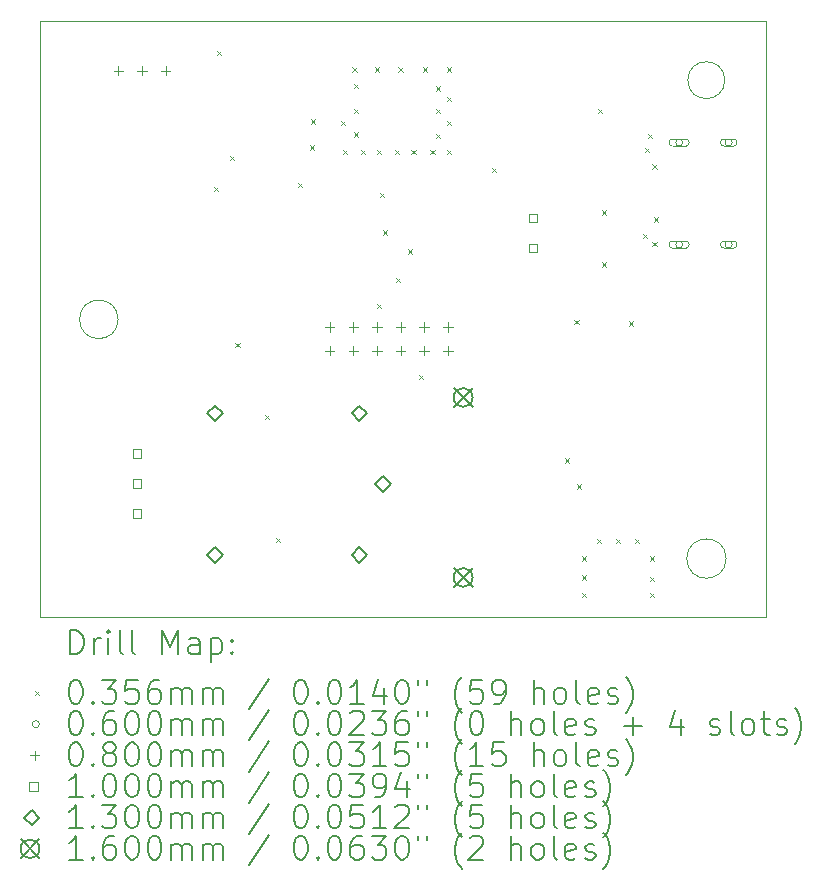
<source format=gbr>
%TF.GenerationSoftware,KiCad,Pcbnew,8.0.8*%
%TF.CreationDate,2025-07-04T19:36:45+02:00*%
%TF.ProjectId,LaunchControl,4c61756e-6368-4436-9f6e-74726f6c2e6b,rev?*%
%TF.SameCoordinates,Original*%
%TF.FileFunction,Drillmap*%
%TF.FilePolarity,Positive*%
%FSLAX45Y45*%
G04 Gerber Fmt 4.5, Leading zero omitted, Abs format (unit mm)*
G04 Created by KiCad (PCBNEW 8.0.8) date 2025-07-04 19:36:45*
%MOMM*%
%LPD*%
G01*
G04 APERTURE LIST*
%ADD10C,0.050000*%
%ADD11C,0.200000*%
%ADD12C,0.100000*%
%ADD13C,0.130000*%
%ADD14C,0.160000*%
G04 APERTURE END LIST*
D10*
X16595000Y-4330000D02*
G75*
G02*
X16282590Y-4330000I-156205J0D01*
G01*
X16282590Y-4330000D02*
G75*
G02*
X16595000Y-4330000I156205J0D01*
G01*
X16606508Y-8380000D02*
G75*
G02*
X16273492Y-8380000I-166508J0D01*
G01*
X16273492Y-8380000D02*
G75*
G02*
X16606508Y-8380000I166508J0D01*
G01*
X10795000Y-3830000D02*
X16940000Y-3830000D01*
X16940000Y-8875000D01*
X10795000Y-8875000D01*
X10795000Y-3830000D01*
X11458248Y-6355000D02*
G75*
G02*
X11131752Y-6355000I-163248J0D01*
G01*
X11131752Y-6355000D02*
G75*
G02*
X11458248Y-6355000I163248J0D01*
G01*
D11*
D12*
X12272220Y-5232220D02*
X12307780Y-5267780D01*
X12307780Y-5232220D02*
X12272220Y-5267780D01*
X12292220Y-4082220D02*
X12327780Y-4117780D01*
X12327780Y-4082220D02*
X12292220Y-4117780D01*
X12402220Y-4972220D02*
X12437780Y-5007780D01*
X12437780Y-4972220D02*
X12402220Y-5007780D01*
X12452220Y-6552220D02*
X12487780Y-6587780D01*
X12487780Y-6552220D02*
X12452220Y-6587780D01*
X12702220Y-7162220D02*
X12737780Y-7197780D01*
X12737780Y-7162220D02*
X12702220Y-7197780D01*
X12792220Y-8202220D02*
X12827780Y-8237780D01*
X12827780Y-8202220D02*
X12792220Y-8237780D01*
X12982220Y-5202220D02*
X13017780Y-5237780D01*
X13017780Y-5202220D02*
X12982220Y-5237780D01*
X13082220Y-4882220D02*
X13117780Y-4917780D01*
X13117780Y-4882220D02*
X13082220Y-4917780D01*
X13092220Y-4662220D02*
X13127780Y-4697780D01*
X13127780Y-4662220D02*
X13092220Y-4697780D01*
X13342220Y-4672220D02*
X13377780Y-4707780D01*
X13377780Y-4672220D02*
X13342220Y-4707780D01*
X13362220Y-4922220D02*
X13397780Y-4957780D01*
X13397780Y-4922220D02*
X13362220Y-4957780D01*
X13442220Y-4222220D02*
X13477780Y-4257780D01*
X13477780Y-4222220D02*
X13442220Y-4257780D01*
X13452220Y-4362220D02*
X13487780Y-4397780D01*
X13487780Y-4362220D02*
X13452220Y-4397780D01*
X13452220Y-4572220D02*
X13487780Y-4607780D01*
X13487780Y-4572220D02*
X13452220Y-4607780D01*
X13452220Y-4772220D02*
X13487780Y-4807780D01*
X13487780Y-4772220D02*
X13452220Y-4807780D01*
X13512220Y-4922220D02*
X13547780Y-4957780D01*
X13547780Y-4922220D02*
X13512220Y-4957780D01*
X13632220Y-4222220D02*
X13667780Y-4257780D01*
X13667780Y-4222220D02*
X13632220Y-4257780D01*
X13652220Y-4922220D02*
X13687780Y-4957780D01*
X13687780Y-4922220D02*
X13652220Y-4957780D01*
X13652220Y-6222220D02*
X13687780Y-6257780D01*
X13687780Y-6222220D02*
X13652220Y-6257780D01*
X13672220Y-5282220D02*
X13707780Y-5317780D01*
X13707780Y-5282220D02*
X13672220Y-5317780D01*
X13702220Y-5602220D02*
X13737780Y-5637780D01*
X13737780Y-5602220D02*
X13702220Y-5637780D01*
X13802220Y-4922220D02*
X13837780Y-4957780D01*
X13837780Y-4922220D02*
X13802220Y-4957780D01*
X13812220Y-6002220D02*
X13847780Y-6037780D01*
X13847780Y-6002220D02*
X13812220Y-6037780D01*
X13832220Y-4222220D02*
X13867780Y-4257780D01*
X13867780Y-4222220D02*
X13832220Y-4257780D01*
X13912220Y-5762220D02*
X13947780Y-5797780D01*
X13947780Y-5762220D02*
X13912220Y-5797780D01*
X13942220Y-4922220D02*
X13977780Y-4957780D01*
X13977780Y-4922220D02*
X13942220Y-4957780D01*
X14002220Y-6822220D02*
X14037780Y-6857780D01*
X14037780Y-6822220D02*
X14002220Y-6857780D01*
X14042220Y-4222220D02*
X14077780Y-4257780D01*
X14077780Y-4222220D02*
X14042220Y-4257780D01*
X14102220Y-4922220D02*
X14137780Y-4957780D01*
X14137780Y-4922220D02*
X14102220Y-4957780D01*
X14152220Y-4382220D02*
X14187780Y-4417780D01*
X14187780Y-4382220D02*
X14152220Y-4417780D01*
X14152220Y-4572220D02*
X14187780Y-4607780D01*
X14187780Y-4572220D02*
X14152220Y-4607780D01*
X14152220Y-4782220D02*
X14187780Y-4817780D01*
X14187780Y-4782220D02*
X14152220Y-4817780D01*
X14242220Y-4222220D02*
X14277780Y-4257780D01*
X14277780Y-4222220D02*
X14242220Y-4257780D01*
X14242220Y-4472220D02*
X14277780Y-4507780D01*
X14277780Y-4472220D02*
X14242220Y-4507780D01*
X14242220Y-4672220D02*
X14277780Y-4707780D01*
X14277780Y-4672220D02*
X14242220Y-4707780D01*
X14242220Y-4922220D02*
X14277780Y-4957780D01*
X14277780Y-4922220D02*
X14242220Y-4957780D01*
X14622220Y-5072220D02*
X14657780Y-5107780D01*
X14657780Y-5072220D02*
X14622220Y-5107780D01*
X15242220Y-7532220D02*
X15277780Y-7567780D01*
X15277780Y-7532220D02*
X15242220Y-7567780D01*
X15322220Y-6362220D02*
X15357780Y-6397780D01*
X15357780Y-6362220D02*
X15322220Y-6397780D01*
X15342220Y-7752220D02*
X15377780Y-7787780D01*
X15377780Y-7752220D02*
X15342220Y-7787780D01*
X15382220Y-8362220D02*
X15417780Y-8397780D01*
X15417780Y-8362220D02*
X15382220Y-8397780D01*
X15382220Y-8522220D02*
X15417780Y-8557780D01*
X15417780Y-8522220D02*
X15382220Y-8557780D01*
X15382220Y-8672220D02*
X15417780Y-8707780D01*
X15417780Y-8672220D02*
X15382220Y-8707780D01*
X15512220Y-8212220D02*
X15547780Y-8247780D01*
X15547780Y-8212220D02*
X15512220Y-8247780D01*
X15522220Y-4572220D02*
X15557780Y-4607780D01*
X15557780Y-4572220D02*
X15522220Y-4607780D01*
X15552220Y-5432220D02*
X15587780Y-5467780D01*
X15587780Y-5432220D02*
X15552220Y-5467780D01*
X15552220Y-5872220D02*
X15587780Y-5907780D01*
X15587780Y-5872220D02*
X15552220Y-5907780D01*
X15672220Y-8212220D02*
X15707780Y-8247780D01*
X15707780Y-8212220D02*
X15672220Y-8247780D01*
X15782220Y-6372220D02*
X15817780Y-6407780D01*
X15817780Y-6372220D02*
X15782220Y-6407780D01*
X15832220Y-8212220D02*
X15867780Y-8247780D01*
X15867780Y-8212220D02*
X15832220Y-8247780D01*
X15902220Y-5632220D02*
X15937780Y-5667780D01*
X15937780Y-5632220D02*
X15902220Y-5667780D01*
X15922220Y-4902220D02*
X15957780Y-4937780D01*
X15957780Y-4902220D02*
X15922220Y-4937780D01*
X15942220Y-4782220D02*
X15977780Y-4817780D01*
X15977780Y-4782220D02*
X15942220Y-4817780D01*
X15962220Y-8362220D02*
X15997780Y-8397780D01*
X15997780Y-8362220D02*
X15962220Y-8397780D01*
X15962220Y-8532220D02*
X15997780Y-8567780D01*
X15997780Y-8532220D02*
X15962220Y-8567780D01*
X15962220Y-8672220D02*
X15997780Y-8707780D01*
X15997780Y-8672220D02*
X15962220Y-8707780D01*
X15982220Y-5042220D02*
X16017780Y-5077780D01*
X16017780Y-5042220D02*
X15982220Y-5077780D01*
X15982220Y-5702220D02*
X16017780Y-5737780D01*
X16017780Y-5702220D02*
X15982220Y-5737780D01*
X15992220Y-5492220D02*
X16027780Y-5527780D01*
X16027780Y-5492220D02*
X15992220Y-5527780D01*
X16239500Y-4858000D02*
G75*
G02*
X16179500Y-4858000I-30000J0D01*
G01*
X16179500Y-4858000D02*
G75*
G02*
X16239500Y-4858000I30000J0D01*
G01*
X16154500Y-4888000D02*
X16264500Y-4888000D01*
X16264500Y-4828000D02*
G75*
G02*
X16264500Y-4888000I0J-30000D01*
G01*
X16264500Y-4828000D02*
X16154500Y-4828000D01*
X16154500Y-4828000D02*
G75*
G03*
X16154500Y-4888000I0J-30000D01*
G01*
X16239500Y-5722000D02*
G75*
G02*
X16179500Y-5722000I-30000J0D01*
G01*
X16179500Y-5722000D02*
G75*
G02*
X16239500Y-5722000I30000J0D01*
G01*
X16154500Y-5752000D02*
X16264500Y-5752000D01*
X16264500Y-5692000D02*
G75*
G02*
X16264500Y-5752000I0J-30000D01*
G01*
X16264500Y-5692000D02*
X16154500Y-5692000D01*
X16154500Y-5692000D02*
G75*
G03*
X16154500Y-5752000I0J-30000D01*
G01*
X16657500Y-4858000D02*
G75*
G02*
X16597500Y-4858000I-30000J0D01*
G01*
X16597500Y-4858000D02*
G75*
G02*
X16657500Y-4858000I30000J0D01*
G01*
X16587500Y-4888000D02*
X16667500Y-4888000D01*
X16667500Y-4828000D02*
G75*
G02*
X16667500Y-4888000I0J-30000D01*
G01*
X16667500Y-4828000D02*
X16587500Y-4828000D01*
X16587500Y-4828000D02*
G75*
G03*
X16587500Y-4888000I0J-30000D01*
G01*
X16657500Y-5722000D02*
G75*
G02*
X16597500Y-5722000I-30000J0D01*
G01*
X16597500Y-5722000D02*
G75*
G02*
X16657500Y-5722000I30000J0D01*
G01*
X16587500Y-5752000D02*
X16667500Y-5752000D01*
X16667500Y-5692000D02*
G75*
G02*
X16667500Y-5752000I0J-30000D01*
G01*
X16667500Y-5692000D02*
X16587500Y-5692000D01*
X16587500Y-5692000D02*
G75*
G03*
X16587500Y-5752000I0J-30000D01*
G01*
X11460000Y-4210000D02*
X11460000Y-4290000D01*
X11420000Y-4250000D02*
X11500000Y-4250000D01*
X11660000Y-4210000D02*
X11660000Y-4290000D01*
X11620000Y-4250000D02*
X11700000Y-4250000D01*
X11860000Y-4210000D02*
X11860000Y-4290000D01*
X11820000Y-4250000D02*
X11900000Y-4250000D01*
X13250000Y-6380000D02*
X13250000Y-6460000D01*
X13210000Y-6420000D02*
X13290000Y-6420000D01*
X13250000Y-6580000D02*
X13250000Y-6660000D01*
X13210000Y-6620000D02*
X13290000Y-6620000D01*
X13450000Y-6380000D02*
X13450000Y-6460000D01*
X13410000Y-6420000D02*
X13490000Y-6420000D01*
X13450000Y-6580000D02*
X13450000Y-6660000D01*
X13410000Y-6620000D02*
X13490000Y-6620000D01*
X13650000Y-6380000D02*
X13650000Y-6460000D01*
X13610000Y-6420000D02*
X13690000Y-6420000D01*
X13650000Y-6580000D02*
X13650000Y-6660000D01*
X13610000Y-6620000D02*
X13690000Y-6620000D01*
X13850000Y-6580000D02*
X13850000Y-6660000D01*
X13810000Y-6620000D02*
X13890000Y-6620000D01*
X13850000Y-6380000D02*
X13850000Y-6460000D01*
X13810000Y-6420000D02*
X13890000Y-6420000D01*
X14050000Y-6380000D02*
X14050000Y-6460000D01*
X14010000Y-6420000D02*
X14090000Y-6420000D01*
X14050000Y-6580000D02*
X14050000Y-6660000D01*
X14010000Y-6620000D02*
X14090000Y-6620000D01*
X14250000Y-6380000D02*
X14250000Y-6460000D01*
X14210000Y-6420000D02*
X14290000Y-6420000D01*
X14250000Y-6580000D02*
X14250000Y-6660000D01*
X14210000Y-6620000D02*
X14290000Y-6620000D01*
X11655356Y-7527356D02*
X11655356Y-7456644D01*
X11584644Y-7456644D01*
X11584644Y-7527356D01*
X11655356Y-7527356D01*
X11655356Y-7781356D02*
X11655356Y-7710644D01*
X11584644Y-7710644D01*
X11584644Y-7781356D01*
X11655356Y-7781356D01*
X11655356Y-8035356D02*
X11655356Y-7964644D01*
X11584644Y-7964644D01*
X11584644Y-8035356D01*
X11655356Y-8035356D01*
X15005356Y-5531356D02*
X15005356Y-5460644D01*
X14934644Y-5460644D01*
X14934644Y-5531356D01*
X15005356Y-5531356D01*
X15005356Y-5785356D02*
X15005356Y-5714644D01*
X14934644Y-5714644D01*
X14934644Y-5785356D01*
X15005356Y-5785356D01*
D13*
X12280000Y-7215000D02*
X12345000Y-7150000D01*
X12280000Y-7085000D01*
X12215000Y-7150000D01*
X12280000Y-7215000D01*
X12280000Y-8415000D02*
X12345000Y-8350000D01*
X12280000Y-8285000D01*
X12215000Y-8350000D01*
X12280000Y-8415000D01*
X13500000Y-7215000D02*
X13565000Y-7150000D01*
X13500000Y-7085000D01*
X13435000Y-7150000D01*
X13500000Y-7215000D01*
X13500000Y-8415000D02*
X13565000Y-8350000D01*
X13500000Y-8285000D01*
X13435000Y-8350000D01*
X13500000Y-8415000D01*
X13700000Y-7815000D02*
X13765000Y-7750000D01*
X13700000Y-7685000D01*
X13635000Y-7750000D01*
X13700000Y-7815000D01*
D14*
X14300000Y-6936000D02*
X14460000Y-7096000D01*
X14460000Y-6936000D02*
X14300000Y-7096000D01*
X14460000Y-7016000D02*
G75*
G02*
X14300000Y-7016000I-80000J0D01*
G01*
X14300000Y-7016000D02*
G75*
G02*
X14460000Y-7016000I80000J0D01*
G01*
X14300000Y-8460000D02*
X14460000Y-8620000D01*
X14460000Y-8460000D02*
X14300000Y-8620000D01*
X14460000Y-8540000D02*
G75*
G02*
X14300000Y-8540000I-80000J0D01*
G01*
X14300000Y-8540000D02*
G75*
G02*
X14460000Y-8540000I80000J0D01*
G01*
D11*
X11053277Y-9188984D02*
X11053277Y-8988984D01*
X11053277Y-8988984D02*
X11100896Y-8988984D01*
X11100896Y-8988984D02*
X11129467Y-8998508D01*
X11129467Y-8998508D02*
X11148515Y-9017555D01*
X11148515Y-9017555D02*
X11158039Y-9036603D01*
X11158039Y-9036603D02*
X11167563Y-9074698D01*
X11167563Y-9074698D02*
X11167563Y-9103270D01*
X11167563Y-9103270D02*
X11158039Y-9141365D01*
X11158039Y-9141365D02*
X11148515Y-9160412D01*
X11148515Y-9160412D02*
X11129467Y-9179460D01*
X11129467Y-9179460D02*
X11100896Y-9188984D01*
X11100896Y-9188984D02*
X11053277Y-9188984D01*
X11253277Y-9188984D02*
X11253277Y-9055650D01*
X11253277Y-9093746D02*
X11262801Y-9074698D01*
X11262801Y-9074698D02*
X11272324Y-9065174D01*
X11272324Y-9065174D02*
X11291372Y-9055650D01*
X11291372Y-9055650D02*
X11310420Y-9055650D01*
X11377086Y-9188984D02*
X11377086Y-9055650D01*
X11377086Y-8988984D02*
X11367562Y-8998508D01*
X11367562Y-8998508D02*
X11377086Y-9008031D01*
X11377086Y-9008031D02*
X11386610Y-8998508D01*
X11386610Y-8998508D02*
X11377086Y-8988984D01*
X11377086Y-8988984D02*
X11377086Y-9008031D01*
X11500896Y-9188984D02*
X11481848Y-9179460D01*
X11481848Y-9179460D02*
X11472324Y-9160412D01*
X11472324Y-9160412D02*
X11472324Y-8988984D01*
X11605658Y-9188984D02*
X11586610Y-9179460D01*
X11586610Y-9179460D02*
X11577086Y-9160412D01*
X11577086Y-9160412D02*
X11577086Y-8988984D01*
X11834229Y-9188984D02*
X11834229Y-8988984D01*
X11834229Y-8988984D02*
X11900896Y-9131841D01*
X11900896Y-9131841D02*
X11967562Y-8988984D01*
X11967562Y-8988984D02*
X11967562Y-9188984D01*
X12148515Y-9188984D02*
X12148515Y-9084222D01*
X12148515Y-9084222D02*
X12138991Y-9065174D01*
X12138991Y-9065174D02*
X12119943Y-9055650D01*
X12119943Y-9055650D02*
X12081848Y-9055650D01*
X12081848Y-9055650D02*
X12062801Y-9065174D01*
X12148515Y-9179460D02*
X12129467Y-9188984D01*
X12129467Y-9188984D02*
X12081848Y-9188984D01*
X12081848Y-9188984D02*
X12062801Y-9179460D01*
X12062801Y-9179460D02*
X12053277Y-9160412D01*
X12053277Y-9160412D02*
X12053277Y-9141365D01*
X12053277Y-9141365D02*
X12062801Y-9122317D01*
X12062801Y-9122317D02*
X12081848Y-9112793D01*
X12081848Y-9112793D02*
X12129467Y-9112793D01*
X12129467Y-9112793D02*
X12148515Y-9103270D01*
X12243753Y-9055650D02*
X12243753Y-9255650D01*
X12243753Y-9065174D02*
X12262801Y-9055650D01*
X12262801Y-9055650D02*
X12300896Y-9055650D01*
X12300896Y-9055650D02*
X12319943Y-9065174D01*
X12319943Y-9065174D02*
X12329467Y-9074698D01*
X12329467Y-9074698D02*
X12338991Y-9093746D01*
X12338991Y-9093746D02*
X12338991Y-9150889D01*
X12338991Y-9150889D02*
X12329467Y-9169936D01*
X12329467Y-9169936D02*
X12319943Y-9179460D01*
X12319943Y-9179460D02*
X12300896Y-9188984D01*
X12300896Y-9188984D02*
X12262801Y-9188984D01*
X12262801Y-9188984D02*
X12243753Y-9179460D01*
X12424705Y-9169936D02*
X12434229Y-9179460D01*
X12434229Y-9179460D02*
X12424705Y-9188984D01*
X12424705Y-9188984D02*
X12415182Y-9179460D01*
X12415182Y-9179460D02*
X12424705Y-9169936D01*
X12424705Y-9169936D02*
X12424705Y-9188984D01*
X12424705Y-9065174D02*
X12434229Y-9074698D01*
X12434229Y-9074698D02*
X12424705Y-9084222D01*
X12424705Y-9084222D02*
X12415182Y-9074698D01*
X12415182Y-9074698D02*
X12424705Y-9065174D01*
X12424705Y-9065174D02*
X12424705Y-9084222D01*
D12*
X10756940Y-9499720D02*
X10792500Y-9535280D01*
X10792500Y-9499720D02*
X10756940Y-9535280D01*
D11*
X11091372Y-9408984D02*
X11110420Y-9408984D01*
X11110420Y-9408984D02*
X11129467Y-9418508D01*
X11129467Y-9418508D02*
X11138991Y-9428031D01*
X11138991Y-9428031D02*
X11148515Y-9447079D01*
X11148515Y-9447079D02*
X11158039Y-9485174D01*
X11158039Y-9485174D02*
X11158039Y-9532793D01*
X11158039Y-9532793D02*
X11148515Y-9570889D01*
X11148515Y-9570889D02*
X11138991Y-9589936D01*
X11138991Y-9589936D02*
X11129467Y-9599460D01*
X11129467Y-9599460D02*
X11110420Y-9608984D01*
X11110420Y-9608984D02*
X11091372Y-9608984D01*
X11091372Y-9608984D02*
X11072324Y-9599460D01*
X11072324Y-9599460D02*
X11062801Y-9589936D01*
X11062801Y-9589936D02*
X11053277Y-9570889D01*
X11053277Y-9570889D02*
X11043753Y-9532793D01*
X11043753Y-9532793D02*
X11043753Y-9485174D01*
X11043753Y-9485174D02*
X11053277Y-9447079D01*
X11053277Y-9447079D02*
X11062801Y-9428031D01*
X11062801Y-9428031D02*
X11072324Y-9418508D01*
X11072324Y-9418508D02*
X11091372Y-9408984D01*
X11243753Y-9589936D02*
X11253277Y-9599460D01*
X11253277Y-9599460D02*
X11243753Y-9608984D01*
X11243753Y-9608984D02*
X11234229Y-9599460D01*
X11234229Y-9599460D02*
X11243753Y-9589936D01*
X11243753Y-9589936D02*
X11243753Y-9608984D01*
X11319943Y-9408984D02*
X11443753Y-9408984D01*
X11443753Y-9408984D02*
X11377086Y-9485174D01*
X11377086Y-9485174D02*
X11405658Y-9485174D01*
X11405658Y-9485174D02*
X11424705Y-9494698D01*
X11424705Y-9494698D02*
X11434229Y-9504222D01*
X11434229Y-9504222D02*
X11443753Y-9523270D01*
X11443753Y-9523270D02*
X11443753Y-9570889D01*
X11443753Y-9570889D02*
X11434229Y-9589936D01*
X11434229Y-9589936D02*
X11424705Y-9599460D01*
X11424705Y-9599460D02*
X11405658Y-9608984D01*
X11405658Y-9608984D02*
X11348515Y-9608984D01*
X11348515Y-9608984D02*
X11329467Y-9599460D01*
X11329467Y-9599460D02*
X11319943Y-9589936D01*
X11624705Y-9408984D02*
X11529467Y-9408984D01*
X11529467Y-9408984D02*
X11519943Y-9504222D01*
X11519943Y-9504222D02*
X11529467Y-9494698D01*
X11529467Y-9494698D02*
X11548515Y-9485174D01*
X11548515Y-9485174D02*
X11596134Y-9485174D01*
X11596134Y-9485174D02*
X11615182Y-9494698D01*
X11615182Y-9494698D02*
X11624705Y-9504222D01*
X11624705Y-9504222D02*
X11634229Y-9523270D01*
X11634229Y-9523270D02*
X11634229Y-9570889D01*
X11634229Y-9570889D02*
X11624705Y-9589936D01*
X11624705Y-9589936D02*
X11615182Y-9599460D01*
X11615182Y-9599460D02*
X11596134Y-9608984D01*
X11596134Y-9608984D02*
X11548515Y-9608984D01*
X11548515Y-9608984D02*
X11529467Y-9599460D01*
X11529467Y-9599460D02*
X11519943Y-9589936D01*
X11805658Y-9408984D02*
X11767562Y-9408984D01*
X11767562Y-9408984D02*
X11748515Y-9418508D01*
X11748515Y-9418508D02*
X11738991Y-9428031D01*
X11738991Y-9428031D02*
X11719943Y-9456603D01*
X11719943Y-9456603D02*
X11710420Y-9494698D01*
X11710420Y-9494698D02*
X11710420Y-9570889D01*
X11710420Y-9570889D02*
X11719943Y-9589936D01*
X11719943Y-9589936D02*
X11729467Y-9599460D01*
X11729467Y-9599460D02*
X11748515Y-9608984D01*
X11748515Y-9608984D02*
X11786610Y-9608984D01*
X11786610Y-9608984D02*
X11805658Y-9599460D01*
X11805658Y-9599460D02*
X11815182Y-9589936D01*
X11815182Y-9589936D02*
X11824705Y-9570889D01*
X11824705Y-9570889D02*
X11824705Y-9523270D01*
X11824705Y-9523270D02*
X11815182Y-9504222D01*
X11815182Y-9504222D02*
X11805658Y-9494698D01*
X11805658Y-9494698D02*
X11786610Y-9485174D01*
X11786610Y-9485174D02*
X11748515Y-9485174D01*
X11748515Y-9485174D02*
X11729467Y-9494698D01*
X11729467Y-9494698D02*
X11719943Y-9504222D01*
X11719943Y-9504222D02*
X11710420Y-9523270D01*
X11910420Y-9608984D02*
X11910420Y-9475650D01*
X11910420Y-9494698D02*
X11919943Y-9485174D01*
X11919943Y-9485174D02*
X11938991Y-9475650D01*
X11938991Y-9475650D02*
X11967563Y-9475650D01*
X11967563Y-9475650D02*
X11986610Y-9485174D01*
X11986610Y-9485174D02*
X11996134Y-9504222D01*
X11996134Y-9504222D02*
X11996134Y-9608984D01*
X11996134Y-9504222D02*
X12005658Y-9485174D01*
X12005658Y-9485174D02*
X12024705Y-9475650D01*
X12024705Y-9475650D02*
X12053277Y-9475650D01*
X12053277Y-9475650D02*
X12072324Y-9485174D01*
X12072324Y-9485174D02*
X12081848Y-9504222D01*
X12081848Y-9504222D02*
X12081848Y-9608984D01*
X12177086Y-9608984D02*
X12177086Y-9475650D01*
X12177086Y-9494698D02*
X12186610Y-9485174D01*
X12186610Y-9485174D02*
X12205658Y-9475650D01*
X12205658Y-9475650D02*
X12234229Y-9475650D01*
X12234229Y-9475650D02*
X12253277Y-9485174D01*
X12253277Y-9485174D02*
X12262801Y-9504222D01*
X12262801Y-9504222D02*
X12262801Y-9608984D01*
X12262801Y-9504222D02*
X12272324Y-9485174D01*
X12272324Y-9485174D02*
X12291372Y-9475650D01*
X12291372Y-9475650D02*
X12319943Y-9475650D01*
X12319943Y-9475650D02*
X12338991Y-9485174D01*
X12338991Y-9485174D02*
X12348515Y-9504222D01*
X12348515Y-9504222D02*
X12348515Y-9608984D01*
X12738991Y-9399460D02*
X12567563Y-9656603D01*
X12996134Y-9408984D02*
X13015182Y-9408984D01*
X13015182Y-9408984D02*
X13034229Y-9418508D01*
X13034229Y-9418508D02*
X13043753Y-9428031D01*
X13043753Y-9428031D02*
X13053277Y-9447079D01*
X13053277Y-9447079D02*
X13062801Y-9485174D01*
X13062801Y-9485174D02*
X13062801Y-9532793D01*
X13062801Y-9532793D02*
X13053277Y-9570889D01*
X13053277Y-9570889D02*
X13043753Y-9589936D01*
X13043753Y-9589936D02*
X13034229Y-9599460D01*
X13034229Y-9599460D02*
X13015182Y-9608984D01*
X13015182Y-9608984D02*
X12996134Y-9608984D01*
X12996134Y-9608984D02*
X12977086Y-9599460D01*
X12977086Y-9599460D02*
X12967563Y-9589936D01*
X12967563Y-9589936D02*
X12958039Y-9570889D01*
X12958039Y-9570889D02*
X12948515Y-9532793D01*
X12948515Y-9532793D02*
X12948515Y-9485174D01*
X12948515Y-9485174D02*
X12958039Y-9447079D01*
X12958039Y-9447079D02*
X12967563Y-9428031D01*
X12967563Y-9428031D02*
X12977086Y-9418508D01*
X12977086Y-9418508D02*
X12996134Y-9408984D01*
X13148515Y-9589936D02*
X13158039Y-9599460D01*
X13158039Y-9599460D02*
X13148515Y-9608984D01*
X13148515Y-9608984D02*
X13138991Y-9599460D01*
X13138991Y-9599460D02*
X13148515Y-9589936D01*
X13148515Y-9589936D02*
X13148515Y-9608984D01*
X13281848Y-9408984D02*
X13300896Y-9408984D01*
X13300896Y-9408984D02*
X13319944Y-9418508D01*
X13319944Y-9418508D02*
X13329467Y-9428031D01*
X13329467Y-9428031D02*
X13338991Y-9447079D01*
X13338991Y-9447079D02*
X13348515Y-9485174D01*
X13348515Y-9485174D02*
X13348515Y-9532793D01*
X13348515Y-9532793D02*
X13338991Y-9570889D01*
X13338991Y-9570889D02*
X13329467Y-9589936D01*
X13329467Y-9589936D02*
X13319944Y-9599460D01*
X13319944Y-9599460D02*
X13300896Y-9608984D01*
X13300896Y-9608984D02*
X13281848Y-9608984D01*
X13281848Y-9608984D02*
X13262801Y-9599460D01*
X13262801Y-9599460D02*
X13253277Y-9589936D01*
X13253277Y-9589936D02*
X13243753Y-9570889D01*
X13243753Y-9570889D02*
X13234229Y-9532793D01*
X13234229Y-9532793D02*
X13234229Y-9485174D01*
X13234229Y-9485174D02*
X13243753Y-9447079D01*
X13243753Y-9447079D02*
X13253277Y-9428031D01*
X13253277Y-9428031D02*
X13262801Y-9418508D01*
X13262801Y-9418508D02*
X13281848Y-9408984D01*
X13538991Y-9608984D02*
X13424706Y-9608984D01*
X13481848Y-9608984D02*
X13481848Y-9408984D01*
X13481848Y-9408984D02*
X13462801Y-9437555D01*
X13462801Y-9437555D02*
X13443753Y-9456603D01*
X13443753Y-9456603D02*
X13424706Y-9466127D01*
X13710420Y-9475650D02*
X13710420Y-9608984D01*
X13662801Y-9399460D02*
X13615182Y-9542317D01*
X13615182Y-9542317D02*
X13738991Y-9542317D01*
X13853277Y-9408984D02*
X13872325Y-9408984D01*
X13872325Y-9408984D02*
X13891372Y-9418508D01*
X13891372Y-9418508D02*
X13900896Y-9428031D01*
X13900896Y-9428031D02*
X13910420Y-9447079D01*
X13910420Y-9447079D02*
X13919944Y-9485174D01*
X13919944Y-9485174D02*
X13919944Y-9532793D01*
X13919944Y-9532793D02*
X13910420Y-9570889D01*
X13910420Y-9570889D02*
X13900896Y-9589936D01*
X13900896Y-9589936D02*
X13891372Y-9599460D01*
X13891372Y-9599460D02*
X13872325Y-9608984D01*
X13872325Y-9608984D02*
X13853277Y-9608984D01*
X13853277Y-9608984D02*
X13834229Y-9599460D01*
X13834229Y-9599460D02*
X13824706Y-9589936D01*
X13824706Y-9589936D02*
X13815182Y-9570889D01*
X13815182Y-9570889D02*
X13805658Y-9532793D01*
X13805658Y-9532793D02*
X13805658Y-9485174D01*
X13805658Y-9485174D02*
X13815182Y-9447079D01*
X13815182Y-9447079D02*
X13824706Y-9428031D01*
X13824706Y-9428031D02*
X13834229Y-9418508D01*
X13834229Y-9418508D02*
X13853277Y-9408984D01*
X13996134Y-9408984D02*
X13996134Y-9447079D01*
X14072325Y-9408984D02*
X14072325Y-9447079D01*
X14367563Y-9685174D02*
X14358039Y-9675650D01*
X14358039Y-9675650D02*
X14338991Y-9647079D01*
X14338991Y-9647079D02*
X14329468Y-9628031D01*
X14329468Y-9628031D02*
X14319944Y-9599460D01*
X14319944Y-9599460D02*
X14310420Y-9551841D01*
X14310420Y-9551841D02*
X14310420Y-9513746D01*
X14310420Y-9513746D02*
X14319944Y-9466127D01*
X14319944Y-9466127D02*
X14329468Y-9437555D01*
X14329468Y-9437555D02*
X14338991Y-9418508D01*
X14338991Y-9418508D02*
X14358039Y-9389936D01*
X14358039Y-9389936D02*
X14367563Y-9380412D01*
X14538991Y-9408984D02*
X14443753Y-9408984D01*
X14443753Y-9408984D02*
X14434229Y-9504222D01*
X14434229Y-9504222D02*
X14443753Y-9494698D01*
X14443753Y-9494698D02*
X14462801Y-9485174D01*
X14462801Y-9485174D02*
X14510420Y-9485174D01*
X14510420Y-9485174D02*
X14529468Y-9494698D01*
X14529468Y-9494698D02*
X14538991Y-9504222D01*
X14538991Y-9504222D02*
X14548515Y-9523270D01*
X14548515Y-9523270D02*
X14548515Y-9570889D01*
X14548515Y-9570889D02*
X14538991Y-9589936D01*
X14538991Y-9589936D02*
X14529468Y-9599460D01*
X14529468Y-9599460D02*
X14510420Y-9608984D01*
X14510420Y-9608984D02*
X14462801Y-9608984D01*
X14462801Y-9608984D02*
X14443753Y-9599460D01*
X14443753Y-9599460D02*
X14434229Y-9589936D01*
X14643753Y-9608984D02*
X14681848Y-9608984D01*
X14681848Y-9608984D02*
X14700896Y-9599460D01*
X14700896Y-9599460D02*
X14710420Y-9589936D01*
X14710420Y-9589936D02*
X14729468Y-9561365D01*
X14729468Y-9561365D02*
X14738991Y-9523270D01*
X14738991Y-9523270D02*
X14738991Y-9447079D01*
X14738991Y-9447079D02*
X14729468Y-9428031D01*
X14729468Y-9428031D02*
X14719944Y-9418508D01*
X14719944Y-9418508D02*
X14700896Y-9408984D01*
X14700896Y-9408984D02*
X14662801Y-9408984D01*
X14662801Y-9408984D02*
X14643753Y-9418508D01*
X14643753Y-9418508D02*
X14634229Y-9428031D01*
X14634229Y-9428031D02*
X14624706Y-9447079D01*
X14624706Y-9447079D02*
X14624706Y-9494698D01*
X14624706Y-9494698D02*
X14634229Y-9513746D01*
X14634229Y-9513746D02*
X14643753Y-9523270D01*
X14643753Y-9523270D02*
X14662801Y-9532793D01*
X14662801Y-9532793D02*
X14700896Y-9532793D01*
X14700896Y-9532793D02*
X14719944Y-9523270D01*
X14719944Y-9523270D02*
X14729468Y-9513746D01*
X14729468Y-9513746D02*
X14738991Y-9494698D01*
X14977087Y-9608984D02*
X14977087Y-9408984D01*
X15062801Y-9608984D02*
X15062801Y-9504222D01*
X15062801Y-9504222D02*
X15053277Y-9485174D01*
X15053277Y-9485174D02*
X15034230Y-9475650D01*
X15034230Y-9475650D02*
X15005658Y-9475650D01*
X15005658Y-9475650D02*
X14986610Y-9485174D01*
X14986610Y-9485174D02*
X14977087Y-9494698D01*
X15186610Y-9608984D02*
X15167563Y-9599460D01*
X15167563Y-9599460D02*
X15158039Y-9589936D01*
X15158039Y-9589936D02*
X15148515Y-9570889D01*
X15148515Y-9570889D02*
X15148515Y-9513746D01*
X15148515Y-9513746D02*
X15158039Y-9494698D01*
X15158039Y-9494698D02*
X15167563Y-9485174D01*
X15167563Y-9485174D02*
X15186610Y-9475650D01*
X15186610Y-9475650D02*
X15215182Y-9475650D01*
X15215182Y-9475650D02*
X15234230Y-9485174D01*
X15234230Y-9485174D02*
X15243753Y-9494698D01*
X15243753Y-9494698D02*
X15253277Y-9513746D01*
X15253277Y-9513746D02*
X15253277Y-9570889D01*
X15253277Y-9570889D02*
X15243753Y-9589936D01*
X15243753Y-9589936D02*
X15234230Y-9599460D01*
X15234230Y-9599460D02*
X15215182Y-9608984D01*
X15215182Y-9608984D02*
X15186610Y-9608984D01*
X15367563Y-9608984D02*
X15348515Y-9599460D01*
X15348515Y-9599460D02*
X15338991Y-9580412D01*
X15338991Y-9580412D02*
X15338991Y-9408984D01*
X15519944Y-9599460D02*
X15500896Y-9608984D01*
X15500896Y-9608984D02*
X15462801Y-9608984D01*
X15462801Y-9608984D02*
X15443753Y-9599460D01*
X15443753Y-9599460D02*
X15434230Y-9580412D01*
X15434230Y-9580412D02*
X15434230Y-9504222D01*
X15434230Y-9504222D02*
X15443753Y-9485174D01*
X15443753Y-9485174D02*
X15462801Y-9475650D01*
X15462801Y-9475650D02*
X15500896Y-9475650D01*
X15500896Y-9475650D02*
X15519944Y-9485174D01*
X15519944Y-9485174D02*
X15529468Y-9504222D01*
X15529468Y-9504222D02*
X15529468Y-9523270D01*
X15529468Y-9523270D02*
X15434230Y-9542317D01*
X15605658Y-9599460D02*
X15624706Y-9608984D01*
X15624706Y-9608984D02*
X15662801Y-9608984D01*
X15662801Y-9608984D02*
X15681849Y-9599460D01*
X15681849Y-9599460D02*
X15691372Y-9580412D01*
X15691372Y-9580412D02*
X15691372Y-9570889D01*
X15691372Y-9570889D02*
X15681849Y-9551841D01*
X15681849Y-9551841D02*
X15662801Y-9542317D01*
X15662801Y-9542317D02*
X15634230Y-9542317D01*
X15634230Y-9542317D02*
X15615182Y-9532793D01*
X15615182Y-9532793D02*
X15605658Y-9513746D01*
X15605658Y-9513746D02*
X15605658Y-9504222D01*
X15605658Y-9504222D02*
X15615182Y-9485174D01*
X15615182Y-9485174D02*
X15634230Y-9475650D01*
X15634230Y-9475650D02*
X15662801Y-9475650D01*
X15662801Y-9475650D02*
X15681849Y-9485174D01*
X15758039Y-9685174D02*
X15767563Y-9675650D01*
X15767563Y-9675650D02*
X15786611Y-9647079D01*
X15786611Y-9647079D02*
X15796134Y-9628031D01*
X15796134Y-9628031D02*
X15805658Y-9599460D01*
X15805658Y-9599460D02*
X15815182Y-9551841D01*
X15815182Y-9551841D02*
X15815182Y-9513746D01*
X15815182Y-9513746D02*
X15805658Y-9466127D01*
X15805658Y-9466127D02*
X15796134Y-9437555D01*
X15796134Y-9437555D02*
X15786611Y-9418508D01*
X15786611Y-9418508D02*
X15767563Y-9389936D01*
X15767563Y-9389936D02*
X15758039Y-9380412D01*
D12*
X10792500Y-9781500D02*
G75*
G02*
X10732500Y-9781500I-30000J0D01*
G01*
X10732500Y-9781500D02*
G75*
G02*
X10792500Y-9781500I30000J0D01*
G01*
D11*
X11091372Y-9672984D02*
X11110420Y-9672984D01*
X11110420Y-9672984D02*
X11129467Y-9682508D01*
X11129467Y-9682508D02*
X11138991Y-9692031D01*
X11138991Y-9692031D02*
X11148515Y-9711079D01*
X11148515Y-9711079D02*
X11158039Y-9749174D01*
X11158039Y-9749174D02*
X11158039Y-9796793D01*
X11158039Y-9796793D02*
X11148515Y-9834889D01*
X11148515Y-9834889D02*
X11138991Y-9853936D01*
X11138991Y-9853936D02*
X11129467Y-9863460D01*
X11129467Y-9863460D02*
X11110420Y-9872984D01*
X11110420Y-9872984D02*
X11091372Y-9872984D01*
X11091372Y-9872984D02*
X11072324Y-9863460D01*
X11072324Y-9863460D02*
X11062801Y-9853936D01*
X11062801Y-9853936D02*
X11053277Y-9834889D01*
X11053277Y-9834889D02*
X11043753Y-9796793D01*
X11043753Y-9796793D02*
X11043753Y-9749174D01*
X11043753Y-9749174D02*
X11053277Y-9711079D01*
X11053277Y-9711079D02*
X11062801Y-9692031D01*
X11062801Y-9692031D02*
X11072324Y-9682508D01*
X11072324Y-9682508D02*
X11091372Y-9672984D01*
X11243753Y-9853936D02*
X11253277Y-9863460D01*
X11253277Y-9863460D02*
X11243753Y-9872984D01*
X11243753Y-9872984D02*
X11234229Y-9863460D01*
X11234229Y-9863460D02*
X11243753Y-9853936D01*
X11243753Y-9853936D02*
X11243753Y-9872984D01*
X11424705Y-9672984D02*
X11386610Y-9672984D01*
X11386610Y-9672984D02*
X11367562Y-9682508D01*
X11367562Y-9682508D02*
X11358039Y-9692031D01*
X11358039Y-9692031D02*
X11338991Y-9720603D01*
X11338991Y-9720603D02*
X11329467Y-9758698D01*
X11329467Y-9758698D02*
X11329467Y-9834889D01*
X11329467Y-9834889D02*
X11338991Y-9853936D01*
X11338991Y-9853936D02*
X11348515Y-9863460D01*
X11348515Y-9863460D02*
X11367562Y-9872984D01*
X11367562Y-9872984D02*
X11405658Y-9872984D01*
X11405658Y-9872984D02*
X11424705Y-9863460D01*
X11424705Y-9863460D02*
X11434229Y-9853936D01*
X11434229Y-9853936D02*
X11443753Y-9834889D01*
X11443753Y-9834889D02*
X11443753Y-9787270D01*
X11443753Y-9787270D02*
X11434229Y-9768222D01*
X11434229Y-9768222D02*
X11424705Y-9758698D01*
X11424705Y-9758698D02*
X11405658Y-9749174D01*
X11405658Y-9749174D02*
X11367562Y-9749174D01*
X11367562Y-9749174D02*
X11348515Y-9758698D01*
X11348515Y-9758698D02*
X11338991Y-9768222D01*
X11338991Y-9768222D02*
X11329467Y-9787270D01*
X11567562Y-9672984D02*
X11586610Y-9672984D01*
X11586610Y-9672984D02*
X11605658Y-9682508D01*
X11605658Y-9682508D02*
X11615182Y-9692031D01*
X11615182Y-9692031D02*
X11624705Y-9711079D01*
X11624705Y-9711079D02*
X11634229Y-9749174D01*
X11634229Y-9749174D02*
X11634229Y-9796793D01*
X11634229Y-9796793D02*
X11624705Y-9834889D01*
X11624705Y-9834889D02*
X11615182Y-9853936D01*
X11615182Y-9853936D02*
X11605658Y-9863460D01*
X11605658Y-9863460D02*
X11586610Y-9872984D01*
X11586610Y-9872984D02*
X11567562Y-9872984D01*
X11567562Y-9872984D02*
X11548515Y-9863460D01*
X11548515Y-9863460D02*
X11538991Y-9853936D01*
X11538991Y-9853936D02*
X11529467Y-9834889D01*
X11529467Y-9834889D02*
X11519943Y-9796793D01*
X11519943Y-9796793D02*
X11519943Y-9749174D01*
X11519943Y-9749174D02*
X11529467Y-9711079D01*
X11529467Y-9711079D02*
X11538991Y-9692031D01*
X11538991Y-9692031D02*
X11548515Y-9682508D01*
X11548515Y-9682508D02*
X11567562Y-9672984D01*
X11758039Y-9672984D02*
X11777086Y-9672984D01*
X11777086Y-9672984D02*
X11796134Y-9682508D01*
X11796134Y-9682508D02*
X11805658Y-9692031D01*
X11805658Y-9692031D02*
X11815182Y-9711079D01*
X11815182Y-9711079D02*
X11824705Y-9749174D01*
X11824705Y-9749174D02*
X11824705Y-9796793D01*
X11824705Y-9796793D02*
X11815182Y-9834889D01*
X11815182Y-9834889D02*
X11805658Y-9853936D01*
X11805658Y-9853936D02*
X11796134Y-9863460D01*
X11796134Y-9863460D02*
X11777086Y-9872984D01*
X11777086Y-9872984D02*
X11758039Y-9872984D01*
X11758039Y-9872984D02*
X11738991Y-9863460D01*
X11738991Y-9863460D02*
X11729467Y-9853936D01*
X11729467Y-9853936D02*
X11719943Y-9834889D01*
X11719943Y-9834889D02*
X11710420Y-9796793D01*
X11710420Y-9796793D02*
X11710420Y-9749174D01*
X11710420Y-9749174D02*
X11719943Y-9711079D01*
X11719943Y-9711079D02*
X11729467Y-9692031D01*
X11729467Y-9692031D02*
X11738991Y-9682508D01*
X11738991Y-9682508D02*
X11758039Y-9672984D01*
X11910420Y-9872984D02*
X11910420Y-9739650D01*
X11910420Y-9758698D02*
X11919943Y-9749174D01*
X11919943Y-9749174D02*
X11938991Y-9739650D01*
X11938991Y-9739650D02*
X11967563Y-9739650D01*
X11967563Y-9739650D02*
X11986610Y-9749174D01*
X11986610Y-9749174D02*
X11996134Y-9768222D01*
X11996134Y-9768222D02*
X11996134Y-9872984D01*
X11996134Y-9768222D02*
X12005658Y-9749174D01*
X12005658Y-9749174D02*
X12024705Y-9739650D01*
X12024705Y-9739650D02*
X12053277Y-9739650D01*
X12053277Y-9739650D02*
X12072324Y-9749174D01*
X12072324Y-9749174D02*
X12081848Y-9768222D01*
X12081848Y-9768222D02*
X12081848Y-9872984D01*
X12177086Y-9872984D02*
X12177086Y-9739650D01*
X12177086Y-9758698D02*
X12186610Y-9749174D01*
X12186610Y-9749174D02*
X12205658Y-9739650D01*
X12205658Y-9739650D02*
X12234229Y-9739650D01*
X12234229Y-9739650D02*
X12253277Y-9749174D01*
X12253277Y-9749174D02*
X12262801Y-9768222D01*
X12262801Y-9768222D02*
X12262801Y-9872984D01*
X12262801Y-9768222D02*
X12272324Y-9749174D01*
X12272324Y-9749174D02*
X12291372Y-9739650D01*
X12291372Y-9739650D02*
X12319943Y-9739650D01*
X12319943Y-9739650D02*
X12338991Y-9749174D01*
X12338991Y-9749174D02*
X12348515Y-9768222D01*
X12348515Y-9768222D02*
X12348515Y-9872984D01*
X12738991Y-9663460D02*
X12567563Y-9920603D01*
X12996134Y-9672984D02*
X13015182Y-9672984D01*
X13015182Y-9672984D02*
X13034229Y-9682508D01*
X13034229Y-9682508D02*
X13043753Y-9692031D01*
X13043753Y-9692031D02*
X13053277Y-9711079D01*
X13053277Y-9711079D02*
X13062801Y-9749174D01*
X13062801Y-9749174D02*
X13062801Y-9796793D01*
X13062801Y-9796793D02*
X13053277Y-9834889D01*
X13053277Y-9834889D02*
X13043753Y-9853936D01*
X13043753Y-9853936D02*
X13034229Y-9863460D01*
X13034229Y-9863460D02*
X13015182Y-9872984D01*
X13015182Y-9872984D02*
X12996134Y-9872984D01*
X12996134Y-9872984D02*
X12977086Y-9863460D01*
X12977086Y-9863460D02*
X12967563Y-9853936D01*
X12967563Y-9853936D02*
X12958039Y-9834889D01*
X12958039Y-9834889D02*
X12948515Y-9796793D01*
X12948515Y-9796793D02*
X12948515Y-9749174D01*
X12948515Y-9749174D02*
X12958039Y-9711079D01*
X12958039Y-9711079D02*
X12967563Y-9692031D01*
X12967563Y-9692031D02*
X12977086Y-9682508D01*
X12977086Y-9682508D02*
X12996134Y-9672984D01*
X13148515Y-9853936D02*
X13158039Y-9863460D01*
X13158039Y-9863460D02*
X13148515Y-9872984D01*
X13148515Y-9872984D02*
X13138991Y-9863460D01*
X13138991Y-9863460D02*
X13148515Y-9853936D01*
X13148515Y-9853936D02*
X13148515Y-9872984D01*
X13281848Y-9672984D02*
X13300896Y-9672984D01*
X13300896Y-9672984D02*
X13319944Y-9682508D01*
X13319944Y-9682508D02*
X13329467Y-9692031D01*
X13329467Y-9692031D02*
X13338991Y-9711079D01*
X13338991Y-9711079D02*
X13348515Y-9749174D01*
X13348515Y-9749174D02*
X13348515Y-9796793D01*
X13348515Y-9796793D02*
X13338991Y-9834889D01*
X13338991Y-9834889D02*
X13329467Y-9853936D01*
X13329467Y-9853936D02*
X13319944Y-9863460D01*
X13319944Y-9863460D02*
X13300896Y-9872984D01*
X13300896Y-9872984D02*
X13281848Y-9872984D01*
X13281848Y-9872984D02*
X13262801Y-9863460D01*
X13262801Y-9863460D02*
X13253277Y-9853936D01*
X13253277Y-9853936D02*
X13243753Y-9834889D01*
X13243753Y-9834889D02*
X13234229Y-9796793D01*
X13234229Y-9796793D02*
X13234229Y-9749174D01*
X13234229Y-9749174D02*
X13243753Y-9711079D01*
X13243753Y-9711079D02*
X13253277Y-9692031D01*
X13253277Y-9692031D02*
X13262801Y-9682508D01*
X13262801Y-9682508D02*
X13281848Y-9672984D01*
X13424706Y-9692031D02*
X13434229Y-9682508D01*
X13434229Y-9682508D02*
X13453277Y-9672984D01*
X13453277Y-9672984D02*
X13500896Y-9672984D01*
X13500896Y-9672984D02*
X13519944Y-9682508D01*
X13519944Y-9682508D02*
X13529467Y-9692031D01*
X13529467Y-9692031D02*
X13538991Y-9711079D01*
X13538991Y-9711079D02*
X13538991Y-9730127D01*
X13538991Y-9730127D02*
X13529467Y-9758698D01*
X13529467Y-9758698D02*
X13415182Y-9872984D01*
X13415182Y-9872984D02*
X13538991Y-9872984D01*
X13605658Y-9672984D02*
X13729467Y-9672984D01*
X13729467Y-9672984D02*
X13662801Y-9749174D01*
X13662801Y-9749174D02*
X13691372Y-9749174D01*
X13691372Y-9749174D02*
X13710420Y-9758698D01*
X13710420Y-9758698D02*
X13719944Y-9768222D01*
X13719944Y-9768222D02*
X13729467Y-9787270D01*
X13729467Y-9787270D02*
X13729467Y-9834889D01*
X13729467Y-9834889D02*
X13719944Y-9853936D01*
X13719944Y-9853936D02*
X13710420Y-9863460D01*
X13710420Y-9863460D02*
X13691372Y-9872984D01*
X13691372Y-9872984D02*
X13634229Y-9872984D01*
X13634229Y-9872984D02*
X13615182Y-9863460D01*
X13615182Y-9863460D02*
X13605658Y-9853936D01*
X13900896Y-9672984D02*
X13862801Y-9672984D01*
X13862801Y-9672984D02*
X13843753Y-9682508D01*
X13843753Y-9682508D02*
X13834229Y-9692031D01*
X13834229Y-9692031D02*
X13815182Y-9720603D01*
X13815182Y-9720603D02*
X13805658Y-9758698D01*
X13805658Y-9758698D02*
X13805658Y-9834889D01*
X13805658Y-9834889D02*
X13815182Y-9853936D01*
X13815182Y-9853936D02*
X13824706Y-9863460D01*
X13824706Y-9863460D02*
X13843753Y-9872984D01*
X13843753Y-9872984D02*
X13881848Y-9872984D01*
X13881848Y-9872984D02*
X13900896Y-9863460D01*
X13900896Y-9863460D02*
X13910420Y-9853936D01*
X13910420Y-9853936D02*
X13919944Y-9834889D01*
X13919944Y-9834889D02*
X13919944Y-9787270D01*
X13919944Y-9787270D02*
X13910420Y-9768222D01*
X13910420Y-9768222D02*
X13900896Y-9758698D01*
X13900896Y-9758698D02*
X13881848Y-9749174D01*
X13881848Y-9749174D02*
X13843753Y-9749174D01*
X13843753Y-9749174D02*
X13824706Y-9758698D01*
X13824706Y-9758698D02*
X13815182Y-9768222D01*
X13815182Y-9768222D02*
X13805658Y-9787270D01*
X13996134Y-9672984D02*
X13996134Y-9711079D01*
X14072325Y-9672984D02*
X14072325Y-9711079D01*
X14367563Y-9949174D02*
X14358039Y-9939650D01*
X14358039Y-9939650D02*
X14338991Y-9911079D01*
X14338991Y-9911079D02*
X14329468Y-9892031D01*
X14329468Y-9892031D02*
X14319944Y-9863460D01*
X14319944Y-9863460D02*
X14310420Y-9815841D01*
X14310420Y-9815841D02*
X14310420Y-9777746D01*
X14310420Y-9777746D02*
X14319944Y-9730127D01*
X14319944Y-9730127D02*
X14329468Y-9701555D01*
X14329468Y-9701555D02*
X14338991Y-9682508D01*
X14338991Y-9682508D02*
X14358039Y-9653936D01*
X14358039Y-9653936D02*
X14367563Y-9644412D01*
X14481848Y-9672984D02*
X14500896Y-9672984D01*
X14500896Y-9672984D02*
X14519944Y-9682508D01*
X14519944Y-9682508D02*
X14529468Y-9692031D01*
X14529468Y-9692031D02*
X14538991Y-9711079D01*
X14538991Y-9711079D02*
X14548515Y-9749174D01*
X14548515Y-9749174D02*
X14548515Y-9796793D01*
X14548515Y-9796793D02*
X14538991Y-9834889D01*
X14538991Y-9834889D02*
X14529468Y-9853936D01*
X14529468Y-9853936D02*
X14519944Y-9863460D01*
X14519944Y-9863460D02*
X14500896Y-9872984D01*
X14500896Y-9872984D02*
X14481848Y-9872984D01*
X14481848Y-9872984D02*
X14462801Y-9863460D01*
X14462801Y-9863460D02*
X14453277Y-9853936D01*
X14453277Y-9853936D02*
X14443753Y-9834889D01*
X14443753Y-9834889D02*
X14434229Y-9796793D01*
X14434229Y-9796793D02*
X14434229Y-9749174D01*
X14434229Y-9749174D02*
X14443753Y-9711079D01*
X14443753Y-9711079D02*
X14453277Y-9692031D01*
X14453277Y-9692031D02*
X14462801Y-9682508D01*
X14462801Y-9682508D02*
X14481848Y-9672984D01*
X14786610Y-9872984D02*
X14786610Y-9672984D01*
X14872325Y-9872984D02*
X14872325Y-9768222D01*
X14872325Y-9768222D02*
X14862801Y-9749174D01*
X14862801Y-9749174D02*
X14843753Y-9739650D01*
X14843753Y-9739650D02*
X14815182Y-9739650D01*
X14815182Y-9739650D02*
X14796134Y-9749174D01*
X14796134Y-9749174D02*
X14786610Y-9758698D01*
X14996134Y-9872984D02*
X14977087Y-9863460D01*
X14977087Y-9863460D02*
X14967563Y-9853936D01*
X14967563Y-9853936D02*
X14958039Y-9834889D01*
X14958039Y-9834889D02*
X14958039Y-9777746D01*
X14958039Y-9777746D02*
X14967563Y-9758698D01*
X14967563Y-9758698D02*
X14977087Y-9749174D01*
X14977087Y-9749174D02*
X14996134Y-9739650D01*
X14996134Y-9739650D02*
X15024706Y-9739650D01*
X15024706Y-9739650D02*
X15043753Y-9749174D01*
X15043753Y-9749174D02*
X15053277Y-9758698D01*
X15053277Y-9758698D02*
X15062801Y-9777746D01*
X15062801Y-9777746D02*
X15062801Y-9834889D01*
X15062801Y-9834889D02*
X15053277Y-9853936D01*
X15053277Y-9853936D02*
X15043753Y-9863460D01*
X15043753Y-9863460D02*
X15024706Y-9872984D01*
X15024706Y-9872984D02*
X14996134Y-9872984D01*
X15177087Y-9872984D02*
X15158039Y-9863460D01*
X15158039Y-9863460D02*
X15148515Y-9844412D01*
X15148515Y-9844412D02*
X15148515Y-9672984D01*
X15329468Y-9863460D02*
X15310420Y-9872984D01*
X15310420Y-9872984D02*
X15272325Y-9872984D01*
X15272325Y-9872984D02*
X15253277Y-9863460D01*
X15253277Y-9863460D02*
X15243753Y-9844412D01*
X15243753Y-9844412D02*
X15243753Y-9768222D01*
X15243753Y-9768222D02*
X15253277Y-9749174D01*
X15253277Y-9749174D02*
X15272325Y-9739650D01*
X15272325Y-9739650D02*
X15310420Y-9739650D01*
X15310420Y-9739650D02*
X15329468Y-9749174D01*
X15329468Y-9749174D02*
X15338991Y-9768222D01*
X15338991Y-9768222D02*
X15338991Y-9787270D01*
X15338991Y-9787270D02*
X15243753Y-9806317D01*
X15415182Y-9863460D02*
X15434230Y-9872984D01*
X15434230Y-9872984D02*
X15472325Y-9872984D01*
X15472325Y-9872984D02*
X15491372Y-9863460D01*
X15491372Y-9863460D02*
X15500896Y-9844412D01*
X15500896Y-9844412D02*
X15500896Y-9834889D01*
X15500896Y-9834889D02*
X15491372Y-9815841D01*
X15491372Y-9815841D02*
X15472325Y-9806317D01*
X15472325Y-9806317D02*
X15443753Y-9806317D01*
X15443753Y-9806317D02*
X15424706Y-9796793D01*
X15424706Y-9796793D02*
X15415182Y-9777746D01*
X15415182Y-9777746D02*
X15415182Y-9768222D01*
X15415182Y-9768222D02*
X15424706Y-9749174D01*
X15424706Y-9749174D02*
X15443753Y-9739650D01*
X15443753Y-9739650D02*
X15472325Y-9739650D01*
X15472325Y-9739650D02*
X15491372Y-9749174D01*
X15738992Y-9796793D02*
X15891373Y-9796793D01*
X15815182Y-9872984D02*
X15815182Y-9720603D01*
X16224706Y-9739650D02*
X16224706Y-9872984D01*
X16177087Y-9663460D02*
X16129468Y-9806317D01*
X16129468Y-9806317D02*
X16253277Y-9806317D01*
X16472325Y-9863460D02*
X16491373Y-9872984D01*
X16491373Y-9872984D02*
X16529468Y-9872984D01*
X16529468Y-9872984D02*
X16548515Y-9863460D01*
X16548515Y-9863460D02*
X16558039Y-9844412D01*
X16558039Y-9844412D02*
X16558039Y-9834889D01*
X16558039Y-9834889D02*
X16548515Y-9815841D01*
X16548515Y-9815841D02*
X16529468Y-9806317D01*
X16529468Y-9806317D02*
X16500896Y-9806317D01*
X16500896Y-9806317D02*
X16481849Y-9796793D01*
X16481849Y-9796793D02*
X16472325Y-9777746D01*
X16472325Y-9777746D02*
X16472325Y-9768222D01*
X16472325Y-9768222D02*
X16481849Y-9749174D01*
X16481849Y-9749174D02*
X16500896Y-9739650D01*
X16500896Y-9739650D02*
X16529468Y-9739650D01*
X16529468Y-9739650D02*
X16548515Y-9749174D01*
X16672325Y-9872984D02*
X16653277Y-9863460D01*
X16653277Y-9863460D02*
X16643754Y-9844412D01*
X16643754Y-9844412D02*
X16643754Y-9672984D01*
X16777087Y-9872984D02*
X16758039Y-9863460D01*
X16758039Y-9863460D02*
X16748515Y-9853936D01*
X16748515Y-9853936D02*
X16738992Y-9834889D01*
X16738992Y-9834889D02*
X16738992Y-9777746D01*
X16738992Y-9777746D02*
X16748515Y-9758698D01*
X16748515Y-9758698D02*
X16758039Y-9749174D01*
X16758039Y-9749174D02*
X16777087Y-9739650D01*
X16777087Y-9739650D02*
X16805658Y-9739650D01*
X16805658Y-9739650D02*
X16824706Y-9749174D01*
X16824706Y-9749174D02*
X16834230Y-9758698D01*
X16834230Y-9758698D02*
X16843754Y-9777746D01*
X16843754Y-9777746D02*
X16843754Y-9834889D01*
X16843754Y-9834889D02*
X16834230Y-9853936D01*
X16834230Y-9853936D02*
X16824706Y-9863460D01*
X16824706Y-9863460D02*
X16805658Y-9872984D01*
X16805658Y-9872984D02*
X16777087Y-9872984D01*
X16900897Y-9739650D02*
X16977087Y-9739650D01*
X16929468Y-9672984D02*
X16929468Y-9844412D01*
X16929468Y-9844412D02*
X16938992Y-9863460D01*
X16938992Y-9863460D02*
X16958039Y-9872984D01*
X16958039Y-9872984D02*
X16977087Y-9872984D01*
X17034230Y-9863460D02*
X17053277Y-9872984D01*
X17053277Y-9872984D02*
X17091373Y-9872984D01*
X17091373Y-9872984D02*
X17110420Y-9863460D01*
X17110420Y-9863460D02*
X17119944Y-9844412D01*
X17119944Y-9844412D02*
X17119944Y-9834889D01*
X17119944Y-9834889D02*
X17110420Y-9815841D01*
X17110420Y-9815841D02*
X17091373Y-9806317D01*
X17091373Y-9806317D02*
X17062801Y-9806317D01*
X17062801Y-9806317D02*
X17043754Y-9796793D01*
X17043754Y-9796793D02*
X17034230Y-9777746D01*
X17034230Y-9777746D02*
X17034230Y-9768222D01*
X17034230Y-9768222D02*
X17043754Y-9749174D01*
X17043754Y-9749174D02*
X17062801Y-9739650D01*
X17062801Y-9739650D02*
X17091373Y-9739650D01*
X17091373Y-9739650D02*
X17110420Y-9749174D01*
X17186611Y-9949174D02*
X17196135Y-9939650D01*
X17196135Y-9939650D02*
X17215182Y-9911079D01*
X17215182Y-9911079D02*
X17224706Y-9892031D01*
X17224706Y-9892031D02*
X17234230Y-9863460D01*
X17234230Y-9863460D02*
X17243754Y-9815841D01*
X17243754Y-9815841D02*
X17243754Y-9777746D01*
X17243754Y-9777746D02*
X17234230Y-9730127D01*
X17234230Y-9730127D02*
X17224706Y-9701555D01*
X17224706Y-9701555D02*
X17215182Y-9682508D01*
X17215182Y-9682508D02*
X17196135Y-9653936D01*
X17196135Y-9653936D02*
X17186611Y-9644412D01*
D12*
X10752500Y-10005500D02*
X10752500Y-10085500D01*
X10712500Y-10045500D02*
X10792500Y-10045500D01*
D11*
X11091372Y-9936984D02*
X11110420Y-9936984D01*
X11110420Y-9936984D02*
X11129467Y-9946508D01*
X11129467Y-9946508D02*
X11138991Y-9956031D01*
X11138991Y-9956031D02*
X11148515Y-9975079D01*
X11148515Y-9975079D02*
X11158039Y-10013174D01*
X11158039Y-10013174D02*
X11158039Y-10060793D01*
X11158039Y-10060793D02*
X11148515Y-10098889D01*
X11148515Y-10098889D02*
X11138991Y-10117936D01*
X11138991Y-10117936D02*
X11129467Y-10127460D01*
X11129467Y-10127460D02*
X11110420Y-10136984D01*
X11110420Y-10136984D02*
X11091372Y-10136984D01*
X11091372Y-10136984D02*
X11072324Y-10127460D01*
X11072324Y-10127460D02*
X11062801Y-10117936D01*
X11062801Y-10117936D02*
X11053277Y-10098889D01*
X11053277Y-10098889D02*
X11043753Y-10060793D01*
X11043753Y-10060793D02*
X11043753Y-10013174D01*
X11043753Y-10013174D02*
X11053277Y-9975079D01*
X11053277Y-9975079D02*
X11062801Y-9956031D01*
X11062801Y-9956031D02*
X11072324Y-9946508D01*
X11072324Y-9946508D02*
X11091372Y-9936984D01*
X11243753Y-10117936D02*
X11253277Y-10127460D01*
X11253277Y-10127460D02*
X11243753Y-10136984D01*
X11243753Y-10136984D02*
X11234229Y-10127460D01*
X11234229Y-10127460D02*
X11243753Y-10117936D01*
X11243753Y-10117936D02*
X11243753Y-10136984D01*
X11367562Y-10022698D02*
X11348515Y-10013174D01*
X11348515Y-10013174D02*
X11338991Y-10003650D01*
X11338991Y-10003650D02*
X11329467Y-9984603D01*
X11329467Y-9984603D02*
X11329467Y-9975079D01*
X11329467Y-9975079D02*
X11338991Y-9956031D01*
X11338991Y-9956031D02*
X11348515Y-9946508D01*
X11348515Y-9946508D02*
X11367562Y-9936984D01*
X11367562Y-9936984D02*
X11405658Y-9936984D01*
X11405658Y-9936984D02*
X11424705Y-9946508D01*
X11424705Y-9946508D02*
X11434229Y-9956031D01*
X11434229Y-9956031D02*
X11443753Y-9975079D01*
X11443753Y-9975079D02*
X11443753Y-9984603D01*
X11443753Y-9984603D02*
X11434229Y-10003650D01*
X11434229Y-10003650D02*
X11424705Y-10013174D01*
X11424705Y-10013174D02*
X11405658Y-10022698D01*
X11405658Y-10022698D02*
X11367562Y-10022698D01*
X11367562Y-10022698D02*
X11348515Y-10032222D01*
X11348515Y-10032222D02*
X11338991Y-10041746D01*
X11338991Y-10041746D02*
X11329467Y-10060793D01*
X11329467Y-10060793D02*
X11329467Y-10098889D01*
X11329467Y-10098889D02*
X11338991Y-10117936D01*
X11338991Y-10117936D02*
X11348515Y-10127460D01*
X11348515Y-10127460D02*
X11367562Y-10136984D01*
X11367562Y-10136984D02*
X11405658Y-10136984D01*
X11405658Y-10136984D02*
X11424705Y-10127460D01*
X11424705Y-10127460D02*
X11434229Y-10117936D01*
X11434229Y-10117936D02*
X11443753Y-10098889D01*
X11443753Y-10098889D02*
X11443753Y-10060793D01*
X11443753Y-10060793D02*
X11434229Y-10041746D01*
X11434229Y-10041746D02*
X11424705Y-10032222D01*
X11424705Y-10032222D02*
X11405658Y-10022698D01*
X11567562Y-9936984D02*
X11586610Y-9936984D01*
X11586610Y-9936984D02*
X11605658Y-9946508D01*
X11605658Y-9946508D02*
X11615182Y-9956031D01*
X11615182Y-9956031D02*
X11624705Y-9975079D01*
X11624705Y-9975079D02*
X11634229Y-10013174D01*
X11634229Y-10013174D02*
X11634229Y-10060793D01*
X11634229Y-10060793D02*
X11624705Y-10098889D01*
X11624705Y-10098889D02*
X11615182Y-10117936D01*
X11615182Y-10117936D02*
X11605658Y-10127460D01*
X11605658Y-10127460D02*
X11586610Y-10136984D01*
X11586610Y-10136984D02*
X11567562Y-10136984D01*
X11567562Y-10136984D02*
X11548515Y-10127460D01*
X11548515Y-10127460D02*
X11538991Y-10117936D01*
X11538991Y-10117936D02*
X11529467Y-10098889D01*
X11529467Y-10098889D02*
X11519943Y-10060793D01*
X11519943Y-10060793D02*
X11519943Y-10013174D01*
X11519943Y-10013174D02*
X11529467Y-9975079D01*
X11529467Y-9975079D02*
X11538991Y-9956031D01*
X11538991Y-9956031D02*
X11548515Y-9946508D01*
X11548515Y-9946508D02*
X11567562Y-9936984D01*
X11758039Y-9936984D02*
X11777086Y-9936984D01*
X11777086Y-9936984D02*
X11796134Y-9946508D01*
X11796134Y-9946508D02*
X11805658Y-9956031D01*
X11805658Y-9956031D02*
X11815182Y-9975079D01*
X11815182Y-9975079D02*
X11824705Y-10013174D01*
X11824705Y-10013174D02*
X11824705Y-10060793D01*
X11824705Y-10060793D02*
X11815182Y-10098889D01*
X11815182Y-10098889D02*
X11805658Y-10117936D01*
X11805658Y-10117936D02*
X11796134Y-10127460D01*
X11796134Y-10127460D02*
X11777086Y-10136984D01*
X11777086Y-10136984D02*
X11758039Y-10136984D01*
X11758039Y-10136984D02*
X11738991Y-10127460D01*
X11738991Y-10127460D02*
X11729467Y-10117936D01*
X11729467Y-10117936D02*
X11719943Y-10098889D01*
X11719943Y-10098889D02*
X11710420Y-10060793D01*
X11710420Y-10060793D02*
X11710420Y-10013174D01*
X11710420Y-10013174D02*
X11719943Y-9975079D01*
X11719943Y-9975079D02*
X11729467Y-9956031D01*
X11729467Y-9956031D02*
X11738991Y-9946508D01*
X11738991Y-9946508D02*
X11758039Y-9936984D01*
X11910420Y-10136984D02*
X11910420Y-10003650D01*
X11910420Y-10022698D02*
X11919943Y-10013174D01*
X11919943Y-10013174D02*
X11938991Y-10003650D01*
X11938991Y-10003650D02*
X11967563Y-10003650D01*
X11967563Y-10003650D02*
X11986610Y-10013174D01*
X11986610Y-10013174D02*
X11996134Y-10032222D01*
X11996134Y-10032222D02*
X11996134Y-10136984D01*
X11996134Y-10032222D02*
X12005658Y-10013174D01*
X12005658Y-10013174D02*
X12024705Y-10003650D01*
X12024705Y-10003650D02*
X12053277Y-10003650D01*
X12053277Y-10003650D02*
X12072324Y-10013174D01*
X12072324Y-10013174D02*
X12081848Y-10032222D01*
X12081848Y-10032222D02*
X12081848Y-10136984D01*
X12177086Y-10136984D02*
X12177086Y-10003650D01*
X12177086Y-10022698D02*
X12186610Y-10013174D01*
X12186610Y-10013174D02*
X12205658Y-10003650D01*
X12205658Y-10003650D02*
X12234229Y-10003650D01*
X12234229Y-10003650D02*
X12253277Y-10013174D01*
X12253277Y-10013174D02*
X12262801Y-10032222D01*
X12262801Y-10032222D02*
X12262801Y-10136984D01*
X12262801Y-10032222D02*
X12272324Y-10013174D01*
X12272324Y-10013174D02*
X12291372Y-10003650D01*
X12291372Y-10003650D02*
X12319943Y-10003650D01*
X12319943Y-10003650D02*
X12338991Y-10013174D01*
X12338991Y-10013174D02*
X12348515Y-10032222D01*
X12348515Y-10032222D02*
X12348515Y-10136984D01*
X12738991Y-9927460D02*
X12567563Y-10184603D01*
X12996134Y-9936984D02*
X13015182Y-9936984D01*
X13015182Y-9936984D02*
X13034229Y-9946508D01*
X13034229Y-9946508D02*
X13043753Y-9956031D01*
X13043753Y-9956031D02*
X13053277Y-9975079D01*
X13053277Y-9975079D02*
X13062801Y-10013174D01*
X13062801Y-10013174D02*
X13062801Y-10060793D01*
X13062801Y-10060793D02*
X13053277Y-10098889D01*
X13053277Y-10098889D02*
X13043753Y-10117936D01*
X13043753Y-10117936D02*
X13034229Y-10127460D01*
X13034229Y-10127460D02*
X13015182Y-10136984D01*
X13015182Y-10136984D02*
X12996134Y-10136984D01*
X12996134Y-10136984D02*
X12977086Y-10127460D01*
X12977086Y-10127460D02*
X12967563Y-10117936D01*
X12967563Y-10117936D02*
X12958039Y-10098889D01*
X12958039Y-10098889D02*
X12948515Y-10060793D01*
X12948515Y-10060793D02*
X12948515Y-10013174D01*
X12948515Y-10013174D02*
X12958039Y-9975079D01*
X12958039Y-9975079D02*
X12967563Y-9956031D01*
X12967563Y-9956031D02*
X12977086Y-9946508D01*
X12977086Y-9946508D02*
X12996134Y-9936984D01*
X13148515Y-10117936D02*
X13158039Y-10127460D01*
X13158039Y-10127460D02*
X13148515Y-10136984D01*
X13148515Y-10136984D02*
X13138991Y-10127460D01*
X13138991Y-10127460D02*
X13148515Y-10117936D01*
X13148515Y-10117936D02*
X13148515Y-10136984D01*
X13281848Y-9936984D02*
X13300896Y-9936984D01*
X13300896Y-9936984D02*
X13319944Y-9946508D01*
X13319944Y-9946508D02*
X13329467Y-9956031D01*
X13329467Y-9956031D02*
X13338991Y-9975079D01*
X13338991Y-9975079D02*
X13348515Y-10013174D01*
X13348515Y-10013174D02*
X13348515Y-10060793D01*
X13348515Y-10060793D02*
X13338991Y-10098889D01*
X13338991Y-10098889D02*
X13329467Y-10117936D01*
X13329467Y-10117936D02*
X13319944Y-10127460D01*
X13319944Y-10127460D02*
X13300896Y-10136984D01*
X13300896Y-10136984D02*
X13281848Y-10136984D01*
X13281848Y-10136984D02*
X13262801Y-10127460D01*
X13262801Y-10127460D02*
X13253277Y-10117936D01*
X13253277Y-10117936D02*
X13243753Y-10098889D01*
X13243753Y-10098889D02*
X13234229Y-10060793D01*
X13234229Y-10060793D02*
X13234229Y-10013174D01*
X13234229Y-10013174D02*
X13243753Y-9975079D01*
X13243753Y-9975079D02*
X13253277Y-9956031D01*
X13253277Y-9956031D02*
X13262801Y-9946508D01*
X13262801Y-9946508D02*
X13281848Y-9936984D01*
X13415182Y-9936984D02*
X13538991Y-9936984D01*
X13538991Y-9936984D02*
X13472325Y-10013174D01*
X13472325Y-10013174D02*
X13500896Y-10013174D01*
X13500896Y-10013174D02*
X13519944Y-10022698D01*
X13519944Y-10022698D02*
X13529467Y-10032222D01*
X13529467Y-10032222D02*
X13538991Y-10051270D01*
X13538991Y-10051270D02*
X13538991Y-10098889D01*
X13538991Y-10098889D02*
X13529467Y-10117936D01*
X13529467Y-10117936D02*
X13519944Y-10127460D01*
X13519944Y-10127460D02*
X13500896Y-10136984D01*
X13500896Y-10136984D02*
X13443753Y-10136984D01*
X13443753Y-10136984D02*
X13424706Y-10127460D01*
X13424706Y-10127460D02*
X13415182Y-10117936D01*
X13729467Y-10136984D02*
X13615182Y-10136984D01*
X13672325Y-10136984D02*
X13672325Y-9936984D01*
X13672325Y-9936984D02*
X13653277Y-9965555D01*
X13653277Y-9965555D02*
X13634229Y-9984603D01*
X13634229Y-9984603D02*
X13615182Y-9994127D01*
X13910420Y-9936984D02*
X13815182Y-9936984D01*
X13815182Y-9936984D02*
X13805658Y-10032222D01*
X13805658Y-10032222D02*
X13815182Y-10022698D01*
X13815182Y-10022698D02*
X13834229Y-10013174D01*
X13834229Y-10013174D02*
X13881848Y-10013174D01*
X13881848Y-10013174D02*
X13900896Y-10022698D01*
X13900896Y-10022698D02*
X13910420Y-10032222D01*
X13910420Y-10032222D02*
X13919944Y-10051270D01*
X13919944Y-10051270D02*
X13919944Y-10098889D01*
X13919944Y-10098889D02*
X13910420Y-10117936D01*
X13910420Y-10117936D02*
X13900896Y-10127460D01*
X13900896Y-10127460D02*
X13881848Y-10136984D01*
X13881848Y-10136984D02*
X13834229Y-10136984D01*
X13834229Y-10136984D02*
X13815182Y-10127460D01*
X13815182Y-10127460D02*
X13805658Y-10117936D01*
X13996134Y-9936984D02*
X13996134Y-9975079D01*
X14072325Y-9936984D02*
X14072325Y-9975079D01*
X14367563Y-10213174D02*
X14358039Y-10203650D01*
X14358039Y-10203650D02*
X14338991Y-10175079D01*
X14338991Y-10175079D02*
X14329468Y-10156031D01*
X14329468Y-10156031D02*
X14319944Y-10127460D01*
X14319944Y-10127460D02*
X14310420Y-10079841D01*
X14310420Y-10079841D02*
X14310420Y-10041746D01*
X14310420Y-10041746D02*
X14319944Y-9994127D01*
X14319944Y-9994127D02*
X14329468Y-9965555D01*
X14329468Y-9965555D02*
X14338991Y-9946508D01*
X14338991Y-9946508D02*
X14358039Y-9917936D01*
X14358039Y-9917936D02*
X14367563Y-9908412D01*
X14548515Y-10136984D02*
X14434229Y-10136984D01*
X14491372Y-10136984D02*
X14491372Y-9936984D01*
X14491372Y-9936984D02*
X14472325Y-9965555D01*
X14472325Y-9965555D02*
X14453277Y-9984603D01*
X14453277Y-9984603D02*
X14434229Y-9994127D01*
X14729468Y-9936984D02*
X14634229Y-9936984D01*
X14634229Y-9936984D02*
X14624706Y-10032222D01*
X14624706Y-10032222D02*
X14634229Y-10022698D01*
X14634229Y-10022698D02*
X14653277Y-10013174D01*
X14653277Y-10013174D02*
X14700896Y-10013174D01*
X14700896Y-10013174D02*
X14719944Y-10022698D01*
X14719944Y-10022698D02*
X14729468Y-10032222D01*
X14729468Y-10032222D02*
X14738991Y-10051270D01*
X14738991Y-10051270D02*
X14738991Y-10098889D01*
X14738991Y-10098889D02*
X14729468Y-10117936D01*
X14729468Y-10117936D02*
X14719944Y-10127460D01*
X14719944Y-10127460D02*
X14700896Y-10136984D01*
X14700896Y-10136984D02*
X14653277Y-10136984D01*
X14653277Y-10136984D02*
X14634229Y-10127460D01*
X14634229Y-10127460D02*
X14624706Y-10117936D01*
X14977087Y-10136984D02*
X14977087Y-9936984D01*
X15062801Y-10136984D02*
X15062801Y-10032222D01*
X15062801Y-10032222D02*
X15053277Y-10013174D01*
X15053277Y-10013174D02*
X15034230Y-10003650D01*
X15034230Y-10003650D02*
X15005658Y-10003650D01*
X15005658Y-10003650D02*
X14986610Y-10013174D01*
X14986610Y-10013174D02*
X14977087Y-10022698D01*
X15186610Y-10136984D02*
X15167563Y-10127460D01*
X15167563Y-10127460D02*
X15158039Y-10117936D01*
X15158039Y-10117936D02*
X15148515Y-10098889D01*
X15148515Y-10098889D02*
X15148515Y-10041746D01*
X15148515Y-10041746D02*
X15158039Y-10022698D01*
X15158039Y-10022698D02*
X15167563Y-10013174D01*
X15167563Y-10013174D02*
X15186610Y-10003650D01*
X15186610Y-10003650D02*
X15215182Y-10003650D01*
X15215182Y-10003650D02*
X15234230Y-10013174D01*
X15234230Y-10013174D02*
X15243753Y-10022698D01*
X15243753Y-10022698D02*
X15253277Y-10041746D01*
X15253277Y-10041746D02*
X15253277Y-10098889D01*
X15253277Y-10098889D02*
X15243753Y-10117936D01*
X15243753Y-10117936D02*
X15234230Y-10127460D01*
X15234230Y-10127460D02*
X15215182Y-10136984D01*
X15215182Y-10136984D02*
X15186610Y-10136984D01*
X15367563Y-10136984D02*
X15348515Y-10127460D01*
X15348515Y-10127460D02*
X15338991Y-10108412D01*
X15338991Y-10108412D02*
X15338991Y-9936984D01*
X15519944Y-10127460D02*
X15500896Y-10136984D01*
X15500896Y-10136984D02*
X15462801Y-10136984D01*
X15462801Y-10136984D02*
X15443753Y-10127460D01*
X15443753Y-10127460D02*
X15434230Y-10108412D01*
X15434230Y-10108412D02*
X15434230Y-10032222D01*
X15434230Y-10032222D02*
X15443753Y-10013174D01*
X15443753Y-10013174D02*
X15462801Y-10003650D01*
X15462801Y-10003650D02*
X15500896Y-10003650D01*
X15500896Y-10003650D02*
X15519944Y-10013174D01*
X15519944Y-10013174D02*
X15529468Y-10032222D01*
X15529468Y-10032222D02*
X15529468Y-10051270D01*
X15529468Y-10051270D02*
X15434230Y-10070317D01*
X15605658Y-10127460D02*
X15624706Y-10136984D01*
X15624706Y-10136984D02*
X15662801Y-10136984D01*
X15662801Y-10136984D02*
X15681849Y-10127460D01*
X15681849Y-10127460D02*
X15691372Y-10108412D01*
X15691372Y-10108412D02*
X15691372Y-10098889D01*
X15691372Y-10098889D02*
X15681849Y-10079841D01*
X15681849Y-10079841D02*
X15662801Y-10070317D01*
X15662801Y-10070317D02*
X15634230Y-10070317D01*
X15634230Y-10070317D02*
X15615182Y-10060793D01*
X15615182Y-10060793D02*
X15605658Y-10041746D01*
X15605658Y-10041746D02*
X15605658Y-10032222D01*
X15605658Y-10032222D02*
X15615182Y-10013174D01*
X15615182Y-10013174D02*
X15634230Y-10003650D01*
X15634230Y-10003650D02*
X15662801Y-10003650D01*
X15662801Y-10003650D02*
X15681849Y-10013174D01*
X15758039Y-10213174D02*
X15767563Y-10203650D01*
X15767563Y-10203650D02*
X15786611Y-10175079D01*
X15786611Y-10175079D02*
X15796134Y-10156031D01*
X15796134Y-10156031D02*
X15805658Y-10127460D01*
X15805658Y-10127460D02*
X15815182Y-10079841D01*
X15815182Y-10079841D02*
X15815182Y-10041746D01*
X15815182Y-10041746D02*
X15805658Y-9994127D01*
X15805658Y-9994127D02*
X15796134Y-9965555D01*
X15796134Y-9965555D02*
X15786611Y-9946508D01*
X15786611Y-9946508D02*
X15767563Y-9917936D01*
X15767563Y-9917936D02*
X15758039Y-9908412D01*
D12*
X10777856Y-10344856D02*
X10777856Y-10274144D01*
X10707144Y-10274144D01*
X10707144Y-10344856D01*
X10777856Y-10344856D01*
D11*
X11158039Y-10400984D02*
X11043753Y-10400984D01*
X11100896Y-10400984D02*
X11100896Y-10200984D01*
X11100896Y-10200984D02*
X11081848Y-10229555D01*
X11081848Y-10229555D02*
X11062801Y-10248603D01*
X11062801Y-10248603D02*
X11043753Y-10258127D01*
X11243753Y-10381936D02*
X11253277Y-10391460D01*
X11253277Y-10391460D02*
X11243753Y-10400984D01*
X11243753Y-10400984D02*
X11234229Y-10391460D01*
X11234229Y-10391460D02*
X11243753Y-10381936D01*
X11243753Y-10381936D02*
X11243753Y-10400984D01*
X11377086Y-10200984D02*
X11396134Y-10200984D01*
X11396134Y-10200984D02*
X11415182Y-10210508D01*
X11415182Y-10210508D02*
X11424705Y-10220031D01*
X11424705Y-10220031D02*
X11434229Y-10239079D01*
X11434229Y-10239079D02*
X11443753Y-10277174D01*
X11443753Y-10277174D02*
X11443753Y-10324793D01*
X11443753Y-10324793D02*
X11434229Y-10362889D01*
X11434229Y-10362889D02*
X11424705Y-10381936D01*
X11424705Y-10381936D02*
X11415182Y-10391460D01*
X11415182Y-10391460D02*
X11396134Y-10400984D01*
X11396134Y-10400984D02*
X11377086Y-10400984D01*
X11377086Y-10400984D02*
X11358039Y-10391460D01*
X11358039Y-10391460D02*
X11348515Y-10381936D01*
X11348515Y-10381936D02*
X11338991Y-10362889D01*
X11338991Y-10362889D02*
X11329467Y-10324793D01*
X11329467Y-10324793D02*
X11329467Y-10277174D01*
X11329467Y-10277174D02*
X11338991Y-10239079D01*
X11338991Y-10239079D02*
X11348515Y-10220031D01*
X11348515Y-10220031D02*
X11358039Y-10210508D01*
X11358039Y-10210508D02*
X11377086Y-10200984D01*
X11567562Y-10200984D02*
X11586610Y-10200984D01*
X11586610Y-10200984D02*
X11605658Y-10210508D01*
X11605658Y-10210508D02*
X11615182Y-10220031D01*
X11615182Y-10220031D02*
X11624705Y-10239079D01*
X11624705Y-10239079D02*
X11634229Y-10277174D01*
X11634229Y-10277174D02*
X11634229Y-10324793D01*
X11634229Y-10324793D02*
X11624705Y-10362889D01*
X11624705Y-10362889D02*
X11615182Y-10381936D01*
X11615182Y-10381936D02*
X11605658Y-10391460D01*
X11605658Y-10391460D02*
X11586610Y-10400984D01*
X11586610Y-10400984D02*
X11567562Y-10400984D01*
X11567562Y-10400984D02*
X11548515Y-10391460D01*
X11548515Y-10391460D02*
X11538991Y-10381936D01*
X11538991Y-10381936D02*
X11529467Y-10362889D01*
X11529467Y-10362889D02*
X11519943Y-10324793D01*
X11519943Y-10324793D02*
X11519943Y-10277174D01*
X11519943Y-10277174D02*
X11529467Y-10239079D01*
X11529467Y-10239079D02*
X11538991Y-10220031D01*
X11538991Y-10220031D02*
X11548515Y-10210508D01*
X11548515Y-10210508D02*
X11567562Y-10200984D01*
X11758039Y-10200984D02*
X11777086Y-10200984D01*
X11777086Y-10200984D02*
X11796134Y-10210508D01*
X11796134Y-10210508D02*
X11805658Y-10220031D01*
X11805658Y-10220031D02*
X11815182Y-10239079D01*
X11815182Y-10239079D02*
X11824705Y-10277174D01*
X11824705Y-10277174D02*
X11824705Y-10324793D01*
X11824705Y-10324793D02*
X11815182Y-10362889D01*
X11815182Y-10362889D02*
X11805658Y-10381936D01*
X11805658Y-10381936D02*
X11796134Y-10391460D01*
X11796134Y-10391460D02*
X11777086Y-10400984D01*
X11777086Y-10400984D02*
X11758039Y-10400984D01*
X11758039Y-10400984D02*
X11738991Y-10391460D01*
X11738991Y-10391460D02*
X11729467Y-10381936D01*
X11729467Y-10381936D02*
X11719943Y-10362889D01*
X11719943Y-10362889D02*
X11710420Y-10324793D01*
X11710420Y-10324793D02*
X11710420Y-10277174D01*
X11710420Y-10277174D02*
X11719943Y-10239079D01*
X11719943Y-10239079D02*
X11729467Y-10220031D01*
X11729467Y-10220031D02*
X11738991Y-10210508D01*
X11738991Y-10210508D02*
X11758039Y-10200984D01*
X11910420Y-10400984D02*
X11910420Y-10267650D01*
X11910420Y-10286698D02*
X11919943Y-10277174D01*
X11919943Y-10277174D02*
X11938991Y-10267650D01*
X11938991Y-10267650D02*
X11967563Y-10267650D01*
X11967563Y-10267650D02*
X11986610Y-10277174D01*
X11986610Y-10277174D02*
X11996134Y-10296222D01*
X11996134Y-10296222D02*
X11996134Y-10400984D01*
X11996134Y-10296222D02*
X12005658Y-10277174D01*
X12005658Y-10277174D02*
X12024705Y-10267650D01*
X12024705Y-10267650D02*
X12053277Y-10267650D01*
X12053277Y-10267650D02*
X12072324Y-10277174D01*
X12072324Y-10277174D02*
X12081848Y-10296222D01*
X12081848Y-10296222D02*
X12081848Y-10400984D01*
X12177086Y-10400984D02*
X12177086Y-10267650D01*
X12177086Y-10286698D02*
X12186610Y-10277174D01*
X12186610Y-10277174D02*
X12205658Y-10267650D01*
X12205658Y-10267650D02*
X12234229Y-10267650D01*
X12234229Y-10267650D02*
X12253277Y-10277174D01*
X12253277Y-10277174D02*
X12262801Y-10296222D01*
X12262801Y-10296222D02*
X12262801Y-10400984D01*
X12262801Y-10296222D02*
X12272324Y-10277174D01*
X12272324Y-10277174D02*
X12291372Y-10267650D01*
X12291372Y-10267650D02*
X12319943Y-10267650D01*
X12319943Y-10267650D02*
X12338991Y-10277174D01*
X12338991Y-10277174D02*
X12348515Y-10296222D01*
X12348515Y-10296222D02*
X12348515Y-10400984D01*
X12738991Y-10191460D02*
X12567563Y-10448603D01*
X12996134Y-10200984D02*
X13015182Y-10200984D01*
X13015182Y-10200984D02*
X13034229Y-10210508D01*
X13034229Y-10210508D02*
X13043753Y-10220031D01*
X13043753Y-10220031D02*
X13053277Y-10239079D01*
X13053277Y-10239079D02*
X13062801Y-10277174D01*
X13062801Y-10277174D02*
X13062801Y-10324793D01*
X13062801Y-10324793D02*
X13053277Y-10362889D01*
X13053277Y-10362889D02*
X13043753Y-10381936D01*
X13043753Y-10381936D02*
X13034229Y-10391460D01*
X13034229Y-10391460D02*
X13015182Y-10400984D01*
X13015182Y-10400984D02*
X12996134Y-10400984D01*
X12996134Y-10400984D02*
X12977086Y-10391460D01*
X12977086Y-10391460D02*
X12967563Y-10381936D01*
X12967563Y-10381936D02*
X12958039Y-10362889D01*
X12958039Y-10362889D02*
X12948515Y-10324793D01*
X12948515Y-10324793D02*
X12948515Y-10277174D01*
X12948515Y-10277174D02*
X12958039Y-10239079D01*
X12958039Y-10239079D02*
X12967563Y-10220031D01*
X12967563Y-10220031D02*
X12977086Y-10210508D01*
X12977086Y-10210508D02*
X12996134Y-10200984D01*
X13148515Y-10381936D02*
X13158039Y-10391460D01*
X13158039Y-10391460D02*
X13148515Y-10400984D01*
X13148515Y-10400984D02*
X13138991Y-10391460D01*
X13138991Y-10391460D02*
X13148515Y-10381936D01*
X13148515Y-10381936D02*
X13148515Y-10400984D01*
X13281848Y-10200984D02*
X13300896Y-10200984D01*
X13300896Y-10200984D02*
X13319944Y-10210508D01*
X13319944Y-10210508D02*
X13329467Y-10220031D01*
X13329467Y-10220031D02*
X13338991Y-10239079D01*
X13338991Y-10239079D02*
X13348515Y-10277174D01*
X13348515Y-10277174D02*
X13348515Y-10324793D01*
X13348515Y-10324793D02*
X13338991Y-10362889D01*
X13338991Y-10362889D02*
X13329467Y-10381936D01*
X13329467Y-10381936D02*
X13319944Y-10391460D01*
X13319944Y-10391460D02*
X13300896Y-10400984D01*
X13300896Y-10400984D02*
X13281848Y-10400984D01*
X13281848Y-10400984D02*
X13262801Y-10391460D01*
X13262801Y-10391460D02*
X13253277Y-10381936D01*
X13253277Y-10381936D02*
X13243753Y-10362889D01*
X13243753Y-10362889D02*
X13234229Y-10324793D01*
X13234229Y-10324793D02*
X13234229Y-10277174D01*
X13234229Y-10277174D02*
X13243753Y-10239079D01*
X13243753Y-10239079D02*
X13253277Y-10220031D01*
X13253277Y-10220031D02*
X13262801Y-10210508D01*
X13262801Y-10210508D02*
X13281848Y-10200984D01*
X13415182Y-10200984D02*
X13538991Y-10200984D01*
X13538991Y-10200984D02*
X13472325Y-10277174D01*
X13472325Y-10277174D02*
X13500896Y-10277174D01*
X13500896Y-10277174D02*
X13519944Y-10286698D01*
X13519944Y-10286698D02*
X13529467Y-10296222D01*
X13529467Y-10296222D02*
X13538991Y-10315270D01*
X13538991Y-10315270D02*
X13538991Y-10362889D01*
X13538991Y-10362889D02*
X13529467Y-10381936D01*
X13529467Y-10381936D02*
X13519944Y-10391460D01*
X13519944Y-10391460D02*
X13500896Y-10400984D01*
X13500896Y-10400984D02*
X13443753Y-10400984D01*
X13443753Y-10400984D02*
X13424706Y-10391460D01*
X13424706Y-10391460D02*
X13415182Y-10381936D01*
X13634229Y-10400984D02*
X13672325Y-10400984D01*
X13672325Y-10400984D02*
X13691372Y-10391460D01*
X13691372Y-10391460D02*
X13700896Y-10381936D01*
X13700896Y-10381936D02*
X13719944Y-10353365D01*
X13719944Y-10353365D02*
X13729467Y-10315270D01*
X13729467Y-10315270D02*
X13729467Y-10239079D01*
X13729467Y-10239079D02*
X13719944Y-10220031D01*
X13719944Y-10220031D02*
X13710420Y-10210508D01*
X13710420Y-10210508D02*
X13691372Y-10200984D01*
X13691372Y-10200984D02*
X13653277Y-10200984D01*
X13653277Y-10200984D02*
X13634229Y-10210508D01*
X13634229Y-10210508D02*
X13624706Y-10220031D01*
X13624706Y-10220031D02*
X13615182Y-10239079D01*
X13615182Y-10239079D02*
X13615182Y-10286698D01*
X13615182Y-10286698D02*
X13624706Y-10305746D01*
X13624706Y-10305746D02*
X13634229Y-10315270D01*
X13634229Y-10315270D02*
X13653277Y-10324793D01*
X13653277Y-10324793D02*
X13691372Y-10324793D01*
X13691372Y-10324793D02*
X13710420Y-10315270D01*
X13710420Y-10315270D02*
X13719944Y-10305746D01*
X13719944Y-10305746D02*
X13729467Y-10286698D01*
X13900896Y-10267650D02*
X13900896Y-10400984D01*
X13853277Y-10191460D02*
X13805658Y-10334317D01*
X13805658Y-10334317D02*
X13929467Y-10334317D01*
X13996134Y-10200984D02*
X13996134Y-10239079D01*
X14072325Y-10200984D02*
X14072325Y-10239079D01*
X14367563Y-10477174D02*
X14358039Y-10467650D01*
X14358039Y-10467650D02*
X14338991Y-10439079D01*
X14338991Y-10439079D02*
X14329468Y-10420031D01*
X14329468Y-10420031D02*
X14319944Y-10391460D01*
X14319944Y-10391460D02*
X14310420Y-10343841D01*
X14310420Y-10343841D02*
X14310420Y-10305746D01*
X14310420Y-10305746D02*
X14319944Y-10258127D01*
X14319944Y-10258127D02*
X14329468Y-10229555D01*
X14329468Y-10229555D02*
X14338991Y-10210508D01*
X14338991Y-10210508D02*
X14358039Y-10181936D01*
X14358039Y-10181936D02*
X14367563Y-10172412D01*
X14538991Y-10200984D02*
X14443753Y-10200984D01*
X14443753Y-10200984D02*
X14434229Y-10296222D01*
X14434229Y-10296222D02*
X14443753Y-10286698D01*
X14443753Y-10286698D02*
X14462801Y-10277174D01*
X14462801Y-10277174D02*
X14510420Y-10277174D01*
X14510420Y-10277174D02*
X14529468Y-10286698D01*
X14529468Y-10286698D02*
X14538991Y-10296222D01*
X14538991Y-10296222D02*
X14548515Y-10315270D01*
X14548515Y-10315270D02*
X14548515Y-10362889D01*
X14548515Y-10362889D02*
X14538991Y-10381936D01*
X14538991Y-10381936D02*
X14529468Y-10391460D01*
X14529468Y-10391460D02*
X14510420Y-10400984D01*
X14510420Y-10400984D02*
X14462801Y-10400984D01*
X14462801Y-10400984D02*
X14443753Y-10391460D01*
X14443753Y-10391460D02*
X14434229Y-10381936D01*
X14786610Y-10400984D02*
X14786610Y-10200984D01*
X14872325Y-10400984D02*
X14872325Y-10296222D01*
X14872325Y-10296222D02*
X14862801Y-10277174D01*
X14862801Y-10277174D02*
X14843753Y-10267650D01*
X14843753Y-10267650D02*
X14815182Y-10267650D01*
X14815182Y-10267650D02*
X14796134Y-10277174D01*
X14796134Y-10277174D02*
X14786610Y-10286698D01*
X14996134Y-10400984D02*
X14977087Y-10391460D01*
X14977087Y-10391460D02*
X14967563Y-10381936D01*
X14967563Y-10381936D02*
X14958039Y-10362889D01*
X14958039Y-10362889D02*
X14958039Y-10305746D01*
X14958039Y-10305746D02*
X14967563Y-10286698D01*
X14967563Y-10286698D02*
X14977087Y-10277174D01*
X14977087Y-10277174D02*
X14996134Y-10267650D01*
X14996134Y-10267650D02*
X15024706Y-10267650D01*
X15024706Y-10267650D02*
X15043753Y-10277174D01*
X15043753Y-10277174D02*
X15053277Y-10286698D01*
X15053277Y-10286698D02*
X15062801Y-10305746D01*
X15062801Y-10305746D02*
X15062801Y-10362889D01*
X15062801Y-10362889D02*
X15053277Y-10381936D01*
X15053277Y-10381936D02*
X15043753Y-10391460D01*
X15043753Y-10391460D02*
X15024706Y-10400984D01*
X15024706Y-10400984D02*
X14996134Y-10400984D01*
X15177087Y-10400984D02*
X15158039Y-10391460D01*
X15158039Y-10391460D02*
X15148515Y-10372412D01*
X15148515Y-10372412D02*
X15148515Y-10200984D01*
X15329468Y-10391460D02*
X15310420Y-10400984D01*
X15310420Y-10400984D02*
X15272325Y-10400984D01*
X15272325Y-10400984D02*
X15253277Y-10391460D01*
X15253277Y-10391460D02*
X15243753Y-10372412D01*
X15243753Y-10372412D02*
X15243753Y-10296222D01*
X15243753Y-10296222D02*
X15253277Y-10277174D01*
X15253277Y-10277174D02*
X15272325Y-10267650D01*
X15272325Y-10267650D02*
X15310420Y-10267650D01*
X15310420Y-10267650D02*
X15329468Y-10277174D01*
X15329468Y-10277174D02*
X15338991Y-10296222D01*
X15338991Y-10296222D02*
X15338991Y-10315270D01*
X15338991Y-10315270D02*
X15243753Y-10334317D01*
X15415182Y-10391460D02*
X15434230Y-10400984D01*
X15434230Y-10400984D02*
X15472325Y-10400984D01*
X15472325Y-10400984D02*
X15491372Y-10391460D01*
X15491372Y-10391460D02*
X15500896Y-10372412D01*
X15500896Y-10372412D02*
X15500896Y-10362889D01*
X15500896Y-10362889D02*
X15491372Y-10343841D01*
X15491372Y-10343841D02*
X15472325Y-10334317D01*
X15472325Y-10334317D02*
X15443753Y-10334317D01*
X15443753Y-10334317D02*
X15424706Y-10324793D01*
X15424706Y-10324793D02*
X15415182Y-10305746D01*
X15415182Y-10305746D02*
X15415182Y-10296222D01*
X15415182Y-10296222D02*
X15424706Y-10277174D01*
X15424706Y-10277174D02*
X15443753Y-10267650D01*
X15443753Y-10267650D02*
X15472325Y-10267650D01*
X15472325Y-10267650D02*
X15491372Y-10277174D01*
X15567563Y-10477174D02*
X15577087Y-10467650D01*
X15577087Y-10467650D02*
X15596134Y-10439079D01*
X15596134Y-10439079D02*
X15605658Y-10420031D01*
X15605658Y-10420031D02*
X15615182Y-10391460D01*
X15615182Y-10391460D02*
X15624706Y-10343841D01*
X15624706Y-10343841D02*
X15624706Y-10305746D01*
X15624706Y-10305746D02*
X15615182Y-10258127D01*
X15615182Y-10258127D02*
X15605658Y-10229555D01*
X15605658Y-10229555D02*
X15596134Y-10210508D01*
X15596134Y-10210508D02*
X15577087Y-10181936D01*
X15577087Y-10181936D02*
X15567563Y-10172412D01*
D13*
X10727500Y-10638500D02*
X10792500Y-10573500D01*
X10727500Y-10508500D01*
X10662500Y-10573500D01*
X10727500Y-10638500D01*
D11*
X11158039Y-10664984D02*
X11043753Y-10664984D01*
X11100896Y-10664984D02*
X11100896Y-10464984D01*
X11100896Y-10464984D02*
X11081848Y-10493555D01*
X11081848Y-10493555D02*
X11062801Y-10512603D01*
X11062801Y-10512603D02*
X11043753Y-10522127D01*
X11243753Y-10645936D02*
X11253277Y-10655460D01*
X11253277Y-10655460D02*
X11243753Y-10664984D01*
X11243753Y-10664984D02*
X11234229Y-10655460D01*
X11234229Y-10655460D02*
X11243753Y-10645936D01*
X11243753Y-10645936D02*
X11243753Y-10664984D01*
X11319943Y-10464984D02*
X11443753Y-10464984D01*
X11443753Y-10464984D02*
X11377086Y-10541174D01*
X11377086Y-10541174D02*
X11405658Y-10541174D01*
X11405658Y-10541174D02*
X11424705Y-10550698D01*
X11424705Y-10550698D02*
X11434229Y-10560222D01*
X11434229Y-10560222D02*
X11443753Y-10579270D01*
X11443753Y-10579270D02*
X11443753Y-10626889D01*
X11443753Y-10626889D02*
X11434229Y-10645936D01*
X11434229Y-10645936D02*
X11424705Y-10655460D01*
X11424705Y-10655460D02*
X11405658Y-10664984D01*
X11405658Y-10664984D02*
X11348515Y-10664984D01*
X11348515Y-10664984D02*
X11329467Y-10655460D01*
X11329467Y-10655460D02*
X11319943Y-10645936D01*
X11567562Y-10464984D02*
X11586610Y-10464984D01*
X11586610Y-10464984D02*
X11605658Y-10474508D01*
X11605658Y-10474508D02*
X11615182Y-10484031D01*
X11615182Y-10484031D02*
X11624705Y-10503079D01*
X11624705Y-10503079D02*
X11634229Y-10541174D01*
X11634229Y-10541174D02*
X11634229Y-10588793D01*
X11634229Y-10588793D02*
X11624705Y-10626889D01*
X11624705Y-10626889D02*
X11615182Y-10645936D01*
X11615182Y-10645936D02*
X11605658Y-10655460D01*
X11605658Y-10655460D02*
X11586610Y-10664984D01*
X11586610Y-10664984D02*
X11567562Y-10664984D01*
X11567562Y-10664984D02*
X11548515Y-10655460D01*
X11548515Y-10655460D02*
X11538991Y-10645936D01*
X11538991Y-10645936D02*
X11529467Y-10626889D01*
X11529467Y-10626889D02*
X11519943Y-10588793D01*
X11519943Y-10588793D02*
X11519943Y-10541174D01*
X11519943Y-10541174D02*
X11529467Y-10503079D01*
X11529467Y-10503079D02*
X11538991Y-10484031D01*
X11538991Y-10484031D02*
X11548515Y-10474508D01*
X11548515Y-10474508D02*
X11567562Y-10464984D01*
X11758039Y-10464984D02*
X11777086Y-10464984D01*
X11777086Y-10464984D02*
X11796134Y-10474508D01*
X11796134Y-10474508D02*
X11805658Y-10484031D01*
X11805658Y-10484031D02*
X11815182Y-10503079D01*
X11815182Y-10503079D02*
X11824705Y-10541174D01*
X11824705Y-10541174D02*
X11824705Y-10588793D01*
X11824705Y-10588793D02*
X11815182Y-10626889D01*
X11815182Y-10626889D02*
X11805658Y-10645936D01*
X11805658Y-10645936D02*
X11796134Y-10655460D01*
X11796134Y-10655460D02*
X11777086Y-10664984D01*
X11777086Y-10664984D02*
X11758039Y-10664984D01*
X11758039Y-10664984D02*
X11738991Y-10655460D01*
X11738991Y-10655460D02*
X11729467Y-10645936D01*
X11729467Y-10645936D02*
X11719943Y-10626889D01*
X11719943Y-10626889D02*
X11710420Y-10588793D01*
X11710420Y-10588793D02*
X11710420Y-10541174D01*
X11710420Y-10541174D02*
X11719943Y-10503079D01*
X11719943Y-10503079D02*
X11729467Y-10484031D01*
X11729467Y-10484031D02*
X11738991Y-10474508D01*
X11738991Y-10474508D02*
X11758039Y-10464984D01*
X11910420Y-10664984D02*
X11910420Y-10531650D01*
X11910420Y-10550698D02*
X11919943Y-10541174D01*
X11919943Y-10541174D02*
X11938991Y-10531650D01*
X11938991Y-10531650D02*
X11967563Y-10531650D01*
X11967563Y-10531650D02*
X11986610Y-10541174D01*
X11986610Y-10541174D02*
X11996134Y-10560222D01*
X11996134Y-10560222D02*
X11996134Y-10664984D01*
X11996134Y-10560222D02*
X12005658Y-10541174D01*
X12005658Y-10541174D02*
X12024705Y-10531650D01*
X12024705Y-10531650D02*
X12053277Y-10531650D01*
X12053277Y-10531650D02*
X12072324Y-10541174D01*
X12072324Y-10541174D02*
X12081848Y-10560222D01*
X12081848Y-10560222D02*
X12081848Y-10664984D01*
X12177086Y-10664984D02*
X12177086Y-10531650D01*
X12177086Y-10550698D02*
X12186610Y-10541174D01*
X12186610Y-10541174D02*
X12205658Y-10531650D01*
X12205658Y-10531650D02*
X12234229Y-10531650D01*
X12234229Y-10531650D02*
X12253277Y-10541174D01*
X12253277Y-10541174D02*
X12262801Y-10560222D01*
X12262801Y-10560222D02*
X12262801Y-10664984D01*
X12262801Y-10560222D02*
X12272324Y-10541174D01*
X12272324Y-10541174D02*
X12291372Y-10531650D01*
X12291372Y-10531650D02*
X12319943Y-10531650D01*
X12319943Y-10531650D02*
X12338991Y-10541174D01*
X12338991Y-10541174D02*
X12348515Y-10560222D01*
X12348515Y-10560222D02*
X12348515Y-10664984D01*
X12738991Y-10455460D02*
X12567563Y-10712603D01*
X12996134Y-10464984D02*
X13015182Y-10464984D01*
X13015182Y-10464984D02*
X13034229Y-10474508D01*
X13034229Y-10474508D02*
X13043753Y-10484031D01*
X13043753Y-10484031D02*
X13053277Y-10503079D01*
X13053277Y-10503079D02*
X13062801Y-10541174D01*
X13062801Y-10541174D02*
X13062801Y-10588793D01*
X13062801Y-10588793D02*
X13053277Y-10626889D01*
X13053277Y-10626889D02*
X13043753Y-10645936D01*
X13043753Y-10645936D02*
X13034229Y-10655460D01*
X13034229Y-10655460D02*
X13015182Y-10664984D01*
X13015182Y-10664984D02*
X12996134Y-10664984D01*
X12996134Y-10664984D02*
X12977086Y-10655460D01*
X12977086Y-10655460D02*
X12967563Y-10645936D01*
X12967563Y-10645936D02*
X12958039Y-10626889D01*
X12958039Y-10626889D02*
X12948515Y-10588793D01*
X12948515Y-10588793D02*
X12948515Y-10541174D01*
X12948515Y-10541174D02*
X12958039Y-10503079D01*
X12958039Y-10503079D02*
X12967563Y-10484031D01*
X12967563Y-10484031D02*
X12977086Y-10474508D01*
X12977086Y-10474508D02*
X12996134Y-10464984D01*
X13148515Y-10645936D02*
X13158039Y-10655460D01*
X13158039Y-10655460D02*
X13148515Y-10664984D01*
X13148515Y-10664984D02*
X13138991Y-10655460D01*
X13138991Y-10655460D02*
X13148515Y-10645936D01*
X13148515Y-10645936D02*
X13148515Y-10664984D01*
X13281848Y-10464984D02*
X13300896Y-10464984D01*
X13300896Y-10464984D02*
X13319944Y-10474508D01*
X13319944Y-10474508D02*
X13329467Y-10484031D01*
X13329467Y-10484031D02*
X13338991Y-10503079D01*
X13338991Y-10503079D02*
X13348515Y-10541174D01*
X13348515Y-10541174D02*
X13348515Y-10588793D01*
X13348515Y-10588793D02*
X13338991Y-10626889D01*
X13338991Y-10626889D02*
X13329467Y-10645936D01*
X13329467Y-10645936D02*
X13319944Y-10655460D01*
X13319944Y-10655460D02*
X13300896Y-10664984D01*
X13300896Y-10664984D02*
X13281848Y-10664984D01*
X13281848Y-10664984D02*
X13262801Y-10655460D01*
X13262801Y-10655460D02*
X13253277Y-10645936D01*
X13253277Y-10645936D02*
X13243753Y-10626889D01*
X13243753Y-10626889D02*
X13234229Y-10588793D01*
X13234229Y-10588793D02*
X13234229Y-10541174D01*
X13234229Y-10541174D02*
X13243753Y-10503079D01*
X13243753Y-10503079D02*
X13253277Y-10484031D01*
X13253277Y-10484031D02*
X13262801Y-10474508D01*
X13262801Y-10474508D02*
X13281848Y-10464984D01*
X13529467Y-10464984D02*
X13434229Y-10464984D01*
X13434229Y-10464984D02*
X13424706Y-10560222D01*
X13424706Y-10560222D02*
X13434229Y-10550698D01*
X13434229Y-10550698D02*
X13453277Y-10541174D01*
X13453277Y-10541174D02*
X13500896Y-10541174D01*
X13500896Y-10541174D02*
X13519944Y-10550698D01*
X13519944Y-10550698D02*
X13529467Y-10560222D01*
X13529467Y-10560222D02*
X13538991Y-10579270D01*
X13538991Y-10579270D02*
X13538991Y-10626889D01*
X13538991Y-10626889D02*
X13529467Y-10645936D01*
X13529467Y-10645936D02*
X13519944Y-10655460D01*
X13519944Y-10655460D02*
X13500896Y-10664984D01*
X13500896Y-10664984D02*
X13453277Y-10664984D01*
X13453277Y-10664984D02*
X13434229Y-10655460D01*
X13434229Y-10655460D02*
X13424706Y-10645936D01*
X13729467Y-10664984D02*
X13615182Y-10664984D01*
X13672325Y-10664984D02*
X13672325Y-10464984D01*
X13672325Y-10464984D02*
X13653277Y-10493555D01*
X13653277Y-10493555D02*
X13634229Y-10512603D01*
X13634229Y-10512603D02*
X13615182Y-10522127D01*
X13805658Y-10484031D02*
X13815182Y-10474508D01*
X13815182Y-10474508D02*
X13834229Y-10464984D01*
X13834229Y-10464984D02*
X13881848Y-10464984D01*
X13881848Y-10464984D02*
X13900896Y-10474508D01*
X13900896Y-10474508D02*
X13910420Y-10484031D01*
X13910420Y-10484031D02*
X13919944Y-10503079D01*
X13919944Y-10503079D02*
X13919944Y-10522127D01*
X13919944Y-10522127D02*
X13910420Y-10550698D01*
X13910420Y-10550698D02*
X13796134Y-10664984D01*
X13796134Y-10664984D02*
X13919944Y-10664984D01*
X13996134Y-10464984D02*
X13996134Y-10503079D01*
X14072325Y-10464984D02*
X14072325Y-10503079D01*
X14367563Y-10741174D02*
X14358039Y-10731650D01*
X14358039Y-10731650D02*
X14338991Y-10703079D01*
X14338991Y-10703079D02*
X14329468Y-10684031D01*
X14329468Y-10684031D02*
X14319944Y-10655460D01*
X14319944Y-10655460D02*
X14310420Y-10607841D01*
X14310420Y-10607841D02*
X14310420Y-10569746D01*
X14310420Y-10569746D02*
X14319944Y-10522127D01*
X14319944Y-10522127D02*
X14329468Y-10493555D01*
X14329468Y-10493555D02*
X14338991Y-10474508D01*
X14338991Y-10474508D02*
X14358039Y-10445936D01*
X14358039Y-10445936D02*
X14367563Y-10436412D01*
X14538991Y-10464984D02*
X14443753Y-10464984D01*
X14443753Y-10464984D02*
X14434229Y-10560222D01*
X14434229Y-10560222D02*
X14443753Y-10550698D01*
X14443753Y-10550698D02*
X14462801Y-10541174D01*
X14462801Y-10541174D02*
X14510420Y-10541174D01*
X14510420Y-10541174D02*
X14529468Y-10550698D01*
X14529468Y-10550698D02*
X14538991Y-10560222D01*
X14538991Y-10560222D02*
X14548515Y-10579270D01*
X14548515Y-10579270D02*
X14548515Y-10626889D01*
X14548515Y-10626889D02*
X14538991Y-10645936D01*
X14538991Y-10645936D02*
X14529468Y-10655460D01*
X14529468Y-10655460D02*
X14510420Y-10664984D01*
X14510420Y-10664984D02*
X14462801Y-10664984D01*
X14462801Y-10664984D02*
X14443753Y-10655460D01*
X14443753Y-10655460D02*
X14434229Y-10645936D01*
X14786610Y-10664984D02*
X14786610Y-10464984D01*
X14872325Y-10664984D02*
X14872325Y-10560222D01*
X14872325Y-10560222D02*
X14862801Y-10541174D01*
X14862801Y-10541174D02*
X14843753Y-10531650D01*
X14843753Y-10531650D02*
X14815182Y-10531650D01*
X14815182Y-10531650D02*
X14796134Y-10541174D01*
X14796134Y-10541174D02*
X14786610Y-10550698D01*
X14996134Y-10664984D02*
X14977087Y-10655460D01*
X14977087Y-10655460D02*
X14967563Y-10645936D01*
X14967563Y-10645936D02*
X14958039Y-10626889D01*
X14958039Y-10626889D02*
X14958039Y-10569746D01*
X14958039Y-10569746D02*
X14967563Y-10550698D01*
X14967563Y-10550698D02*
X14977087Y-10541174D01*
X14977087Y-10541174D02*
X14996134Y-10531650D01*
X14996134Y-10531650D02*
X15024706Y-10531650D01*
X15024706Y-10531650D02*
X15043753Y-10541174D01*
X15043753Y-10541174D02*
X15053277Y-10550698D01*
X15053277Y-10550698D02*
X15062801Y-10569746D01*
X15062801Y-10569746D02*
X15062801Y-10626889D01*
X15062801Y-10626889D02*
X15053277Y-10645936D01*
X15053277Y-10645936D02*
X15043753Y-10655460D01*
X15043753Y-10655460D02*
X15024706Y-10664984D01*
X15024706Y-10664984D02*
X14996134Y-10664984D01*
X15177087Y-10664984D02*
X15158039Y-10655460D01*
X15158039Y-10655460D02*
X15148515Y-10636412D01*
X15148515Y-10636412D02*
X15148515Y-10464984D01*
X15329468Y-10655460D02*
X15310420Y-10664984D01*
X15310420Y-10664984D02*
X15272325Y-10664984D01*
X15272325Y-10664984D02*
X15253277Y-10655460D01*
X15253277Y-10655460D02*
X15243753Y-10636412D01*
X15243753Y-10636412D02*
X15243753Y-10560222D01*
X15243753Y-10560222D02*
X15253277Y-10541174D01*
X15253277Y-10541174D02*
X15272325Y-10531650D01*
X15272325Y-10531650D02*
X15310420Y-10531650D01*
X15310420Y-10531650D02*
X15329468Y-10541174D01*
X15329468Y-10541174D02*
X15338991Y-10560222D01*
X15338991Y-10560222D02*
X15338991Y-10579270D01*
X15338991Y-10579270D02*
X15243753Y-10598317D01*
X15415182Y-10655460D02*
X15434230Y-10664984D01*
X15434230Y-10664984D02*
X15472325Y-10664984D01*
X15472325Y-10664984D02*
X15491372Y-10655460D01*
X15491372Y-10655460D02*
X15500896Y-10636412D01*
X15500896Y-10636412D02*
X15500896Y-10626889D01*
X15500896Y-10626889D02*
X15491372Y-10607841D01*
X15491372Y-10607841D02*
X15472325Y-10598317D01*
X15472325Y-10598317D02*
X15443753Y-10598317D01*
X15443753Y-10598317D02*
X15424706Y-10588793D01*
X15424706Y-10588793D02*
X15415182Y-10569746D01*
X15415182Y-10569746D02*
X15415182Y-10560222D01*
X15415182Y-10560222D02*
X15424706Y-10541174D01*
X15424706Y-10541174D02*
X15443753Y-10531650D01*
X15443753Y-10531650D02*
X15472325Y-10531650D01*
X15472325Y-10531650D02*
X15491372Y-10541174D01*
X15567563Y-10741174D02*
X15577087Y-10731650D01*
X15577087Y-10731650D02*
X15596134Y-10703079D01*
X15596134Y-10703079D02*
X15605658Y-10684031D01*
X15605658Y-10684031D02*
X15615182Y-10655460D01*
X15615182Y-10655460D02*
X15624706Y-10607841D01*
X15624706Y-10607841D02*
X15624706Y-10569746D01*
X15624706Y-10569746D02*
X15615182Y-10522127D01*
X15615182Y-10522127D02*
X15605658Y-10493555D01*
X15605658Y-10493555D02*
X15596134Y-10474508D01*
X15596134Y-10474508D02*
X15577087Y-10445936D01*
X15577087Y-10445936D02*
X15567563Y-10436412D01*
D14*
X10632500Y-10757500D02*
X10792500Y-10917500D01*
X10792500Y-10757500D02*
X10632500Y-10917500D01*
X10792500Y-10837500D02*
G75*
G02*
X10632500Y-10837500I-80000J0D01*
G01*
X10632500Y-10837500D02*
G75*
G02*
X10792500Y-10837500I80000J0D01*
G01*
D11*
X11158039Y-10928984D02*
X11043753Y-10928984D01*
X11100896Y-10928984D02*
X11100896Y-10728984D01*
X11100896Y-10728984D02*
X11081848Y-10757555D01*
X11081848Y-10757555D02*
X11062801Y-10776603D01*
X11062801Y-10776603D02*
X11043753Y-10786127D01*
X11243753Y-10909936D02*
X11253277Y-10919460D01*
X11253277Y-10919460D02*
X11243753Y-10928984D01*
X11243753Y-10928984D02*
X11234229Y-10919460D01*
X11234229Y-10919460D02*
X11243753Y-10909936D01*
X11243753Y-10909936D02*
X11243753Y-10928984D01*
X11424705Y-10728984D02*
X11386610Y-10728984D01*
X11386610Y-10728984D02*
X11367562Y-10738508D01*
X11367562Y-10738508D02*
X11358039Y-10748031D01*
X11358039Y-10748031D02*
X11338991Y-10776603D01*
X11338991Y-10776603D02*
X11329467Y-10814698D01*
X11329467Y-10814698D02*
X11329467Y-10890889D01*
X11329467Y-10890889D02*
X11338991Y-10909936D01*
X11338991Y-10909936D02*
X11348515Y-10919460D01*
X11348515Y-10919460D02*
X11367562Y-10928984D01*
X11367562Y-10928984D02*
X11405658Y-10928984D01*
X11405658Y-10928984D02*
X11424705Y-10919460D01*
X11424705Y-10919460D02*
X11434229Y-10909936D01*
X11434229Y-10909936D02*
X11443753Y-10890889D01*
X11443753Y-10890889D02*
X11443753Y-10843270D01*
X11443753Y-10843270D02*
X11434229Y-10824222D01*
X11434229Y-10824222D02*
X11424705Y-10814698D01*
X11424705Y-10814698D02*
X11405658Y-10805174D01*
X11405658Y-10805174D02*
X11367562Y-10805174D01*
X11367562Y-10805174D02*
X11348515Y-10814698D01*
X11348515Y-10814698D02*
X11338991Y-10824222D01*
X11338991Y-10824222D02*
X11329467Y-10843270D01*
X11567562Y-10728984D02*
X11586610Y-10728984D01*
X11586610Y-10728984D02*
X11605658Y-10738508D01*
X11605658Y-10738508D02*
X11615182Y-10748031D01*
X11615182Y-10748031D02*
X11624705Y-10767079D01*
X11624705Y-10767079D02*
X11634229Y-10805174D01*
X11634229Y-10805174D02*
X11634229Y-10852793D01*
X11634229Y-10852793D02*
X11624705Y-10890889D01*
X11624705Y-10890889D02*
X11615182Y-10909936D01*
X11615182Y-10909936D02*
X11605658Y-10919460D01*
X11605658Y-10919460D02*
X11586610Y-10928984D01*
X11586610Y-10928984D02*
X11567562Y-10928984D01*
X11567562Y-10928984D02*
X11548515Y-10919460D01*
X11548515Y-10919460D02*
X11538991Y-10909936D01*
X11538991Y-10909936D02*
X11529467Y-10890889D01*
X11529467Y-10890889D02*
X11519943Y-10852793D01*
X11519943Y-10852793D02*
X11519943Y-10805174D01*
X11519943Y-10805174D02*
X11529467Y-10767079D01*
X11529467Y-10767079D02*
X11538991Y-10748031D01*
X11538991Y-10748031D02*
X11548515Y-10738508D01*
X11548515Y-10738508D02*
X11567562Y-10728984D01*
X11758039Y-10728984D02*
X11777086Y-10728984D01*
X11777086Y-10728984D02*
X11796134Y-10738508D01*
X11796134Y-10738508D02*
X11805658Y-10748031D01*
X11805658Y-10748031D02*
X11815182Y-10767079D01*
X11815182Y-10767079D02*
X11824705Y-10805174D01*
X11824705Y-10805174D02*
X11824705Y-10852793D01*
X11824705Y-10852793D02*
X11815182Y-10890889D01*
X11815182Y-10890889D02*
X11805658Y-10909936D01*
X11805658Y-10909936D02*
X11796134Y-10919460D01*
X11796134Y-10919460D02*
X11777086Y-10928984D01*
X11777086Y-10928984D02*
X11758039Y-10928984D01*
X11758039Y-10928984D02*
X11738991Y-10919460D01*
X11738991Y-10919460D02*
X11729467Y-10909936D01*
X11729467Y-10909936D02*
X11719943Y-10890889D01*
X11719943Y-10890889D02*
X11710420Y-10852793D01*
X11710420Y-10852793D02*
X11710420Y-10805174D01*
X11710420Y-10805174D02*
X11719943Y-10767079D01*
X11719943Y-10767079D02*
X11729467Y-10748031D01*
X11729467Y-10748031D02*
X11738991Y-10738508D01*
X11738991Y-10738508D02*
X11758039Y-10728984D01*
X11910420Y-10928984D02*
X11910420Y-10795650D01*
X11910420Y-10814698D02*
X11919943Y-10805174D01*
X11919943Y-10805174D02*
X11938991Y-10795650D01*
X11938991Y-10795650D02*
X11967563Y-10795650D01*
X11967563Y-10795650D02*
X11986610Y-10805174D01*
X11986610Y-10805174D02*
X11996134Y-10824222D01*
X11996134Y-10824222D02*
X11996134Y-10928984D01*
X11996134Y-10824222D02*
X12005658Y-10805174D01*
X12005658Y-10805174D02*
X12024705Y-10795650D01*
X12024705Y-10795650D02*
X12053277Y-10795650D01*
X12053277Y-10795650D02*
X12072324Y-10805174D01*
X12072324Y-10805174D02*
X12081848Y-10824222D01*
X12081848Y-10824222D02*
X12081848Y-10928984D01*
X12177086Y-10928984D02*
X12177086Y-10795650D01*
X12177086Y-10814698D02*
X12186610Y-10805174D01*
X12186610Y-10805174D02*
X12205658Y-10795650D01*
X12205658Y-10795650D02*
X12234229Y-10795650D01*
X12234229Y-10795650D02*
X12253277Y-10805174D01*
X12253277Y-10805174D02*
X12262801Y-10824222D01*
X12262801Y-10824222D02*
X12262801Y-10928984D01*
X12262801Y-10824222D02*
X12272324Y-10805174D01*
X12272324Y-10805174D02*
X12291372Y-10795650D01*
X12291372Y-10795650D02*
X12319943Y-10795650D01*
X12319943Y-10795650D02*
X12338991Y-10805174D01*
X12338991Y-10805174D02*
X12348515Y-10824222D01*
X12348515Y-10824222D02*
X12348515Y-10928984D01*
X12738991Y-10719460D02*
X12567563Y-10976603D01*
X12996134Y-10728984D02*
X13015182Y-10728984D01*
X13015182Y-10728984D02*
X13034229Y-10738508D01*
X13034229Y-10738508D02*
X13043753Y-10748031D01*
X13043753Y-10748031D02*
X13053277Y-10767079D01*
X13053277Y-10767079D02*
X13062801Y-10805174D01*
X13062801Y-10805174D02*
X13062801Y-10852793D01*
X13062801Y-10852793D02*
X13053277Y-10890889D01*
X13053277Y-10890889D02*
X13043753Y-10909936D01*
X13043753Y-10909936D02*
X13034229Y-10919460D01*
X13034229Y-10919460D02*
X13015182Y-10928984D01*
X13015182Y-10928984D02*
X12996134Y-10928984D01*
X12996134Y-10928984D02*
X12977086Y-10919460D01*
X12977086Y-10919460D02*
X12967563Y-10909936D01*
X12967563Y-10909936D02*
X12958039Y-10890889D01*
X12958039Y-10890889D02*
X12948515Y-10852793D01*
X12948515Y-10852793D02*
X12948515Y-10805174D01*
X12948515Y-10805174D02*
X12958039Y-10767079D01*
X12958039Y-10767079D02*
X12967563Y-10748031D01*
X12967563Y-10748031D02*
X12977086Y-10738508D01*
X12977086Y-10738508D02*
X12996134Y-10728984D01*
X13148515Y-10909936D02*
X13158039Y-10919460D01*
X13158039Y-10919460D02*
X13148515Y-10928984D01*
X13148515Y-10928984D02*
X13138991Y-10919460D01*
X13138991Y-10919460D02*
X13148515Y-10909936D01*
X13148515Y-10909936D02*
X13148515Y-10928984D01*
X13281848Y-10728984D02*
X13300896Y-10728984D01*
X13300896Y-10728984D02*
X13319944Y-10738508D01*
X13319944Y-10738508D02*
X13329467Y-10748031D01*
X13329467Y-10748031D02*
X13338991Y-10767079D01*
X13338991Y-10767079D02*
X13348515Y-10805174D01*
X13348515Y-10805174D02*
X13348515Y-10852793D01*
X13348515Y-10852793D02*
X13338991Y-10890889D01*
X13338991Y-10890889D02*
X13329467Y-10909936D01*
X13329467Y-10909936D02*
X13319944Y-10919460D01*
X13319944Y-10919460D02*
X13300896Y-10928984D01*
X13300896Y-10928984D02*
X13281848Y-10928984D01*
X13281848Y-10928984D02*
X13262801Y-10919460D01*
X13262801Y-10919460D02*
X13253277Y-10909936D01*
X13253277Y-10909936D02*
X13243753Y-10890889D01*
X13243753Y-10890889D02*
X13234229Y-10852793D01*
X13234229Y-10852793D02*
X13234229Y-10805174D01*
X13234229Y-10805174D02*
X13243753Y-10767079D01*
X13243753Y-10767079D02*
X13253277Y-10748031D01*
X13253277Y-10748031D02*
X13262801Y-10738508D01*
X13262801Y-10738508D02*
X13281848Y-10728984D01*
X13519944Y-10728984D02*
X13481848Y-10728984D01*
X13481848Y-10728984D02*
X13462801Y-10738508D01*
X13462801Y-10738508D02*
X13453277Y-10748031D01*
X13453277Y-10748031D02*
X13434229Y-10776603D01*
X13434229Y-10776603D02*
X13424706Y-10814698D01*
X13424706Y-10814698D02*
X13424706Y-10890889D01*
X13424706Y-10890889D02*
X13434229Y-10909936D01*
X13434229Y-10909936D02*
X13443753Y-10919460D01*
X13443753Y-10919460D02*
X13462801Y-10928984D01*
X13462801Y-10928984D02*
X13500896Y-10928984D01*
X13500896Y-10928984D02*
X13519944Y-10919460D01*
X13519944Y-10919460D02*
X13529467Y-10909936D01*
X13529467Y-10909936D02*
X13538991Y-10890889D01*
X13538991Y-10890889D02*
X13538991Y-10843270D01*
X13538991Y-10843270D02*
X13529467Y-10824222D01*
X13529467Y-10824222D02*
X13519944Y-10814698D01*
X13519944Y-10814698D02*
X13500896Y-10805174D01*
X13500896Y-10805174D02*
X13462801Y-10805174D01*
X13462801Y-10805174D02*
X13443753Y-10814698D01*
X13443753Y-10814698D02*
X13434229Y-10824222D01*
X13434229Y-10824222D02*
X13424706Y-10843270D01*
X13605658Y-10728984D02*
X13729467Y-10728984D01*
X13729467Y-10728984D02*
X13662801Y-10805174D01*
X13662801Y-10805174D02*
X13691372Y-10805174D01*
X13691372Y-10805174D02*
X13710420Y-10814698D01*
X13710420Y-10814698D02*
X13719944Y-10824222D01*
X13719944Y-10824222D02*
X13729467Y-10843270D01*
X13729467Y-10843270D02*
X13729467Y-10890889D01*
X13729467Y-10890889D02*
X13719944Y-10909936D01*
X13719944Y-10909936D02*
X13710420Y-10919460D01*
X13710420Y-10919460D02*
X13691372Y-10928984D01*
X13691372Y-10928984D02*
X13634229Y-10928984D01*
X13634229Y-10928984D02*
X13615182Y-10919460D01*
X13615182Y-10919460D02*
X13605658Y-10909936D01*
X13853277Y-10728984D02*
X13872325Y-10728984D01*
X13872325Y-10728984D02*
X13891372Y-10738508D01*
X13891372Y-10738508D02*
X13900896Y-10748031D01*
X13900896Y-10748031D02*
X13910420Y-10767079D01*
X13910420Y-10767079D02*
X13919944Y-10805174D01*
X13919944Y-10805174D02*
X13919944Y-10852793D01*
X13919944Y-10852793D02*
X13910420Y-10890889D01*
X13910420Y-10890889D02*
X13900896Y-10909936D01*
X13900896Y-10909936D02*
X13891372Y-10919460D01*
X13891372Y-10919460D02*
X13872325Y-10928984D01*
X13872325Y-10928984D02*
X13853277Y-10928984D01*
X13853277Y-10928984D02*
X13834229Y-10919460D01*
X13834229Y-10919460D02*
X13824706Y-10909936D01*
X13824706Y-10909936D02*
X13815182Y-10890889D01*
X13815182Y-10890889D02*
X13805658Y-10852793D01*
X13805658Y-10852793D02*
X13805658Y-10805174D01*
X13805658Y-10805174D02*
X13815182Y-10767079D01*
X13815182Y-10767079D02*
X13824706Y-10748031D01*
X13824706Y-10748031D02*
X13834229Y-10738508D01*
X13834229Y-10738508D02*
X13853277Y-10728984D01*
X13996134Y-10728984D02*
X13996134Y-10767079D01*
X14072325Y-10728984D02*
X14072325Y-10767079D01*
X14367563Y-11005174D02*
X14358039Y-10995650D01*
X14358039Y-10995650D02*
X14338991Y-10967079D01*
X14338991Y-10967079D02*
X14329468Y-10948031D01*
X14329468Y-10948031D02*
X14319944Y-10919460D01*
X14319944Y-10919460D02*
X14310420Y-10871841D01*
X14310420Y-10871841D02*
X14310420Y-10833746D01*
X14310420Y-10833746D02*
X14319944Y-10786127D01*
X14319944Y-10786127D02*
X14329468Y-10757555D01*
X14329468Y-10757555D02*
X14338991Y-10738508D01*
X14338991Y-10738508D02*
X14358039Y-10709936D01*
X14358039Y-10709936D02*
X14367563Y-10700412D01*
X14434229Y-10748031D02*
X14443753Y-10738508D01*
X14443753Y-10738508D02*
X14462801Y-10728984D01*
X14462801Y-10728984D02*
X14510420Y-10728984D01*
X14510420Y-10728984D02*
X14529468Y-10738508D01*
X14529468Y-10738508D02*
X14538991Y-10748031D01*
X14538991Y-10748031D02*
X14548515Y-10767079D01*
X14548515Y-10767079D02*
X14548515Y-10786127D01*
X14548515Y-10786127D02*
X14538991Y-10814698D01*
X14538991Y-10814698D02*
X14424706Y-10928984D01*
X14424706Y-10928984D02*
X14548515Y-10928984D01*
X14786610Y-10928984D02*
X14786610Y-10728984D01*
X14872325Y-10928984D02*
X14872325Y-10824222D01*
X14872325Y-10824222D02*
X14862801Y-10805174D01*
X14862801Y-10805174D02*
X14843753Y-10795650D01*
X14843753Y-10795650D02*
X14815182Y-10795650D01*
X14815182Y-10795650D02*
X14796134Y-10805174D01*
X14796134Y-10805174D02*
X14786610Y-10814698D01*
X14996134Y-10928984D02*
X14977087Y-10919460D01*
X14977087Y-10919460D02*
X14967563Y-10909936D01*
X14967563Y-10909936D02*
X14958039Y-10890889D01*
X14958039Y-10890889D02*
X14958039Y-10833746D01*
X14958039Y-10833746D02*
X14967563Y-10814698D01*
X14967563Y-10814698D02*
X14977087Y-10805174D01*
X14977087Y-10805174D02*
X14996134Y-10795650D01*
X14996134Y-10795650D02*
X15024706Y-10795650D01*
X15024706Y-10795650D02*
X15043753Y-10805174D01*
X15043753Y-10805174D02*
X15053277Y-10814698D01*
X15053277Y-10814698D02*
X15062801Y-10833746D01*
X15062801Y-10833746D02*
X15062801Y-10890889D01*
X15062801Y-10890889D02*
X15053277Y-10909936D01*
X15053277Y-10909936D02*
X15043753Y-10919460D01*
X15043753Y-10919460D02*
X15024706Y-10928984D01*
X15024706Y-10928984D02*
X14996134Y-10928984D01*
X15177087Y-10928984D02*
X15158039Y-10919460D01*
X15158039Y-10919460D02*
X15148515Y-10900412D01*
X15148515Y-10900412D02*
X15148515Y-10728984D01*
X15329468Y-10919460D02*
X15310420Y-10928984D01*
X15310420Y-10928984D02*
X15272325Y-10928984D01*
X15272325Y-10928984D02*
X15253277Y-10919460D01*
X15253277Y-10919460D02*
X15243753Y-10900412D01*
X15243753Y-10900412D02*
X15243753Y-10824222D01*
X15243753Y-10824222D02*
X15253277Y-10805174D01*
X15253277Y-10805174D02*
X15272325Y-10795650D01*
X15272325Y-10795650D02*
X15310420Y-10795650D01*
X15310420Y-10795650D02*
X15329468Y-10805174D01*
X15329468Y-10805174D02*
X15338991Y-10824222D01*
X15338991Y-10824222D02*
X15338991Y-10843270D01*
X15338991Y-10843270D02*
X15243753Y-10862317D01*
X15415182Y-10919460D02*
X15434230Y-10928984D01*
X15434230Y-10928984D02*
X15472325Y-10928984D01*
X15472325Y-10928984D02*
X15491372Y-10919460D01*
X15491372Y-10919460D02*
X15500896Y-10900412D01*
X15500896Y-10900412D02*
X15500896Y-10890889D01*
X15500896Y-10890889D02*
X15491372Y-10871841D01*
X15491372Y-10871841D02*
X15472325Y-10862317D01*
X15472325Y-10862317D02*
X15443753Y-10862317D01*
X15443753Y-10862317D02*
X15424706Y-10852793D01*
X15424706Y-10852793D02*
X15415182Y-10833746D01*
X15415182Y-10833746D02*
X15415182Y-10824222D01*
X15415182Y-10824222D02*
X15424706Y-10805174D01*
X15424706Y-10805174D02*
X15443753Y-10795650D01*
X15443753Y-10795650D02*
X15472325Y-10795650D01*
X15472325Y-10795650D02*
X15491372Y-10805174D01*
X15567563Y-11005174D02*
X15577087Y-10995650D01*
X15577087Y-10995650D02*
X15596134Y-10967079D01*
X15596134Y-10967079D02*
X15605658Y-10948031D01*
X15605658Y-10948031D02*
X15615182Y-10919460D01*
X15615182Y-10919460D02*
X15624706Y-10871841D01*
X15624706Y-10871841D02*
X15624706Y-10833746D01*
X15624706Y-10833746D02*
X15615182Y-10786127D01*
X15615182Y-10786127D02*
X15605658Y-10757555D01*
X15605658Y-10757555D02*
X15596134Y-10738508D01*
X15596134Y-10738508D02*
X15577087Y-10709936D01*
X15577087Y-10709936D02*
X15567563Y-10700412D01*
M02*

</source>
